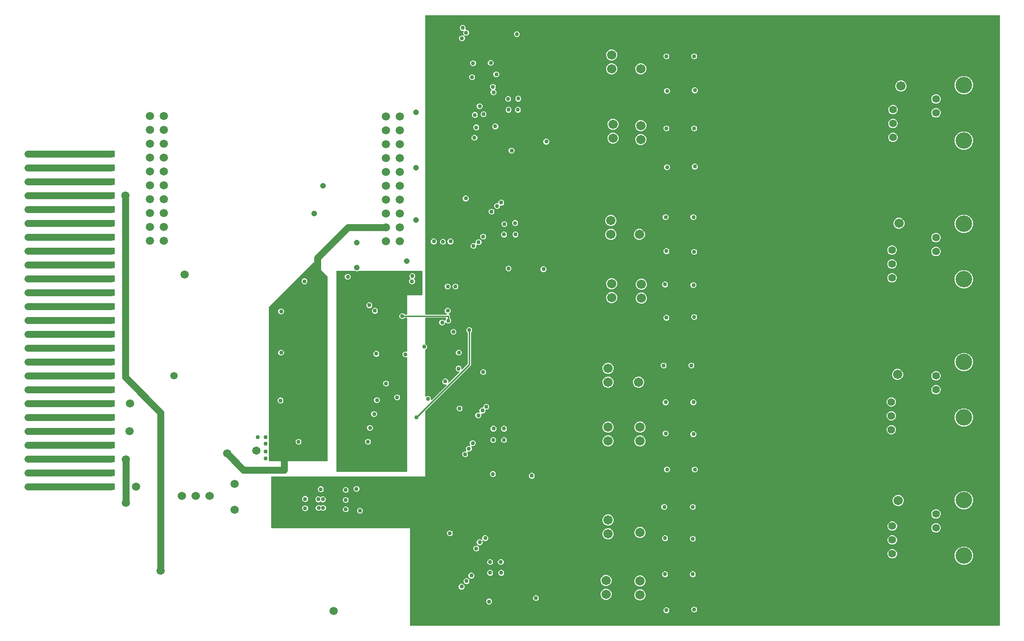
<source format=gbr>
G04 EAGLE Gerber RS-274X export*
G75*
%MOMM*%
%FSLAX34Y34*%
%LPD*%
%INCopper Layer 2*%
%IPPOS*%
%AMOC8*
5,1,8,0,0,1.08239X$1,22.5*%
G01*
%ADD10C,1.270000*%
%ADD11R,0.635000X1.270000*%
%ADD12C,1.508000*%
%ADD13C,1.524000*%
%ADD14C,1.714500*%
%ADD15C,1.398000*%
%ADD16C,3.015000*%
%ADD17C,1.350000*%
%ADD18C,1.500000*%
%ADD19C,0.756400*%
%ADD20C,0.254000*%
%ADD21C,1.056400*%

G36*
X1637656Y12208D02*
X1637656Y12208D01*
X1637775Y12215D01*
X1637813Y12228D01*
X1637854Y12233D01*
X1637964Y12276D01*
X1638077Y12313D01*
X1638112Y12335D01*
X1638149Y12350D01*
X1638245Y12419D01*
X1638346Y12483D01*
X1638374Y12513D01*
X1638407Y12536D01*
X1638483Y12628D01*
X1638564Y12715D01*
X1638584Y12750D01*
X1638609Y12781D01*
X1638660Y12889D01*
X1638718Y12993D01*
X1638728Y13033D01*
X1638745Y13069D01*
X1638767Y13186D01*
X1638797Y13301D01*
X1638801Y13361D01*
X1638805Y13381D01*
X1638803Y13402D01*
X1638807Y13462D01*
X1638807Y1129538D01*
X1638792Y1129656D01*
X1638785Y1129775D01*
X1638773Y1129813D01*
X1638767Y1129854D01*
X1638724Y1129964D01*
X1638687Y1130077D01*
X1638665Y1130112D01*
X1638650Y1130149D01*
X1638581Y1130245D01*
X1638517Y1130346D01*
X1638487Y1130374D01*
X1638464Y1130407D01*
X1638372Y1130483D01*
X1638285Y1130564D01*
X1638250Y1130584D01*
X1638219Y1130609D01*
X1638111Y1130660D01*
X1638007Y1130718D01*
X1637967Y1130728D01*
X1637931Y1130745D01*
X1637814Y1130767D01*
X1637699Y1130797D01*
X1637639Y1130801D01*
X1637619Y1130805D01*
X1637598Y1130803D01*
X1637538Y1130807D01*
X588645Y1130807D01*
X588527Y1130792D01*
X588408Y1130785D01*
X588370Y1130772D01*
X588329Y1130767D01*
X588219Y1130724D01*
X588106Y1130687D01*
X588071Y1130665D01*
X588034Y1130650D01*
X587938Y1130581D01*
X587837Y1130517D01*
X587809Y1130487D01*
X587776Y1130464D01*
X587701Y1130372D01*
X587619Y1130285D01*
X587599Y1130250D01*
X587574Y1130219D01*
X587523Y1130111D01*
X587465Y1130007D01*
X587455Y1129967D01*
X587438Y1129931D01*
X587416Y1129814D01*
X587386Y1129699D01*
X587382Y1129639D01*
X587378Y1129619D01*
X587380Y1129598D01*
X587376Y1129538D01*
X587376Y583339D01*
X587391Y583221D01*
X587398Y583102D01*
X587411Y583064D01*
X587416Y583023D01*
X587459Y582913D01*
X587496Y582799D01*
X587518Y582765D01*
X587533Y582728D01*
X587603Y582631D01*
X587666Y582531D01*
X587696Y582503D01*
X587719Y582470D01*
X587811Y582394D01*
X587898Y582313D01*
X587933Y582293D01*
X587964Y582267D01*
X588072Y582217D01*
X588176Y582159D01*
X588216Y582149D01*
X588252Y582132D01*
X588369Y582110D01*
X588484Y582080D01*
X588545Y582076D01*
X588565Y582072D01*
X588585Y582073D01*
X588645Y582070D01*
X625809Y582070D01*
X625879Y582078D01*
X625948Y582077D01*
X626036Y582098D01*
X626125Y582109D01*
X626190Y582135D01*
X626258Y582151D01*
X626337Y582193D01*
X626421Y582226D01*
X626477Y582267D01*
X626539Y582300D01*
X626605Y582361D01*
X626678Y582413D01*
X626722Y582467D01*
X626774Y582514D01*
X626823Y582589D01*
X626881Y582658D01*
X626910Y582721D01*
X626949Y582780D01*
X626978Y582865D01*
X627016Y582946D01*
X627029Y583014D01*
X627052Y583081D01*
X627059Y583170D01*
X627076Y583258D01*
X627072Y583328D01*
X627077Y583398D01*
X627062Y583486D01*
X627056Y583576D01*
X627035Y583642D01*
X627023Y583711D01*
X626986Y583793D01*
X626958Y583878D01*
X626921Y583937D01*
X626892Y584001D01*
X626836Y584071D01*
X626788Y584147D01*
X626737Y584195D01*
X626694Y584249D01*
X626622Y584303D01*
X626556Y584365D01*
X626495Y584399D01*
X626440Y584441D01*
X626295Y584512D01*
X625644Y584781D01*
X624151Y586274D01*
X623343Y588224D01*
X623343Y590336D01*
X624151Y592286D01*
X625644Y593779D01*
X627594Y594587D01*
X629706Y594587D01*
X631656Y593779D01*
X633149Y592286D01*
X633957Y590336D01*
X633957Y588224D01*
X633149Y586274D01*
X631656Y584781D01*
X630967Y584496D01*
X630924Y584471D01*
X630877Y584455D01*
X630787Y584393D01*
X630691Y584338D01*
X630655Y584304D01*
X630614Y584276D01*
X630542Y584194D01*
X630463Y584117D01*
X630437Y584075D01*
X630404Y584037D01*
X630354Y583940D01*
X630296Y583846D01*
X630282Y583798D01*
X630259Y583754D01*
X630235Y583647D01*
X630203Y583542D01*
X630200Y583492D01*
X630190Y583444D01*
X630193Y583334D01*
X630188Y583224D01*
X630198Y583176D01*
X630199Y583126D01*
X630230Y583021D01*
X630252Y582913D01*
X630274Y582868D01*
X630288Y582821D01*
X630343Y582726D01*
X630392Y582627D01*
X630424Y582590D01*
X630449Y582547D01*
X630556Y582426D01*
X632549Y580432D01*
X632549Y576275D01*
X632561Y576177D01*
X632564Y576078D01*
X632581Y576020D01*
X632589Y575960D01*
X632625Y575868D01*
X632653Y575773D01*
X632684Y575721D01*
X632706Y575664D01*
X632764Y575584D01*
X632814Y575499D01*
X632881Y575423D01*
X632893Y575407D01*
X632902Y575399D01*
X632921Y575378D01*
X634253Y574046D01*
X635061Y572095D01*
X635061Y569984D01*
X634253Y568034D01*
X632760Y566541D01*
X630810Y565733D01*
X628699Y565733D01*
X626748Y566541D01*
X625963Y567325D01*
X625854Y567410D01*
X625747Y567499D01*
X625728Y567508D01*
X625712Y567520D01*
X625585Y567576D01*
X625459Y567635D01*
X625439Y567639D01*
X625420Y567647D01*
X625282Y567669D01*
X625146Y567695D01*
X625126Y567693D01*
X625106Y567697D01*
X624967Y567683D01*
X624829Y567675D01*
X624810Y567669D01*
X624790Y567667D01*
X624658Y567620D01*
X624527Y567577D01*
X624509Y567566D01*
X624490Y567559D01*
X624375Y567481D01*
X624258Y567407D01*
X624244Y567392D01*
X624227Y567381D01*
X624135Y567277D01*
X624040Y567175D01*
X624030Y567157D01*
X624017Y567142D01*
X623954Y567018D01*
X623886Y566897D01*
X623881Y566877D01*
X623872Y566859D01*
X623851Y566766D01*
X622989Y564684D01*
X621496Y563191D01*
X619546Y562383D01*
X617434Y562383D01*
X615484Y563191D01*
X613991Y564684D01*
X613183Y566634D01*
X613183Y568746D01*
X613991Y570696D01*
X615484Y572189D01*
X617434Y572997D01*
X619546Y572997D01*
X621496Y572189D01*
X622281Y571404D01*
X622390Y571319D01*
X622498Y571230D01*
X622516Y571222D01*
X622532Y571209D01*
X622660Y571154D01*
X622785Y571095D01*
X622805Y571091D01*
X622824Y571083D01*
X622962Y571061D01*
X623098Y571035D01*
X623118Y571036D01*
X623138Y571033D01*
X623277Y571046D01*
X623415Y571055D01*
X623434Y571061D01*
X623455Y571063D01*
X623586Y571110D01*
X623718Y571153D01*
X623735Y571164D01*
X623754Y571170D01*
X623869Y571249D01*
X623986Y571323D01*
X624000Y571338D01*
X624017Y571349D01*
X624109Y571453D01*
X624204Y571555D01*
X624214Y571572D01*
X624227Y571587D01*
X624291Y571711D01*
X624358Y571833D01*
X624363Y571853D01*
X624372Y571871D01*
X624393Y571963D01*
X625255Y574046D01*
X625523Y574313D01*
X625608Y574423D01*
X625697Y574530D01*
X625706Y574549D01*
X625718Y574565D01*
X625773Y574692D01*
X625833Y574818D01*
X625836Y574838D01*
X625844Y574856D01*
X625866Y574994D01*
X625892Y575130D01*
X625891Y575150D01*
X625894Y575171D01*
X625881Y575310D01*
X625873Y575448D01*
X625866Y575467D01*
X625864Y575487D01*
X625817Y575619D01*
X625775Y575750D01*
X625764Y575767D01*
X625757Y575786D01*
X625679Y575901D01*
X625604Y576019D01*
X625590Y576033D01*
X625578Y576050D01*
X625474Y576141D01*
X625373Y576237D01*
X625355Y576247D01*
X625340Y576260D01*
X625216Y576323D01*
X625094Y576390D01*
X625075Y576395D01*
X625057Y576405D01*
X624921Y576435D01*
X624786Y576470D01*
X624758Y576472D01*
X624746Y576474D01*
X624726Y576474D01*
X624626Y576480D01*
X588645Y576480D01*
X588527Y576465D01*
X588408Y576458D01*
X588370Y576445D01*
X588329Y576440D01*
X588219Y576396D01*
X588106Y576360D01*
X588071Y576338D01*
X588034Y576323D01*
X587938Y576253D01*
X587837Y576190D01*
X587809Y576160D01*
X587776Y576136D01*
X587701Y576045D01*
X587619Y575958D01*
X587599Y575923D01*
X587574Y575891D01*
X587523Y575784D01*
X587465Y575680D01*
X587455Y575640D01*
X587438Y575604D01*
X587416Y575487D01*
X587386Y575372D01*
X587382Y575311D01*
X587378Y575291D01*
X587380Y575271D01*
X587376Y575211D01*
X587376Y529043D01*
X587379Y529013D01*
X587377Y528984D01*
X587399Y528856D01*
X587416Y528727D01*
X587426Y528700D01*
X587432Y528671D01*
X587485Y528552D01*
X587533Y528431D01*
X587550Y528408D01*
X587562Y528381D01*
X587643Y528279D01*
X587719Y528174D01*
X587742Y528155D01*
X587761Y528132D01*
X587864Y528054D01*
X587964Y527971D01*
X587991Y527959D01*
X588015Y527941D01*
X588159Y527870D01*
X588476Y527739D01*
X589969Y526246D01*
X590777Y524296D01*
X590777Y522184D01*
X589969Y520234D01*
X588476Y518741D01*
X588159Y518610D01*
X588134Y518595D01*
X588106Y518586D01*
X587996Y518517D01*
X587883Y518452D01*
X587862Y518432D01*
X587837Y518416D01*
X587748Y518321D01*
X587655Y518231D01*
X587639Y518206D01*
X587619Y518184D01*
X587556Y518071D01*
X587488Y517960D01*
X587480Y517932D01*
X587465Y517906D01*
X587433Y517780D01*
X587395Y517656D01*
X587393Y517627D01*
X587386Y517598D01*
X587376Y517437D01*
X587376Y433480D01*
X587393Y433342D01*
X587406Y433203D01*
X587413Y433184D01*
X587416Y433164D01*
X587467Y433035D01*
X587514Y432904D01*
X587525Y432887D01*
X587533Y432869D01*
X587614Y432756D01*
X587693Y432641D01*
X587708Y432628D01*
X587719Y432611D01*
X587827Y432522D01*
X587931Y432430D01*
X587949Y432421D01*
X587964Y432408D01*
X588090Y432349D01*
X588214Y432286D01*
X588234Y432281D01*
X588252Y432273D01*
X588388Y432247D01*
X588525Y432216D01*
X588545Y432217D01*
X588565Y432213D01*
X588703Y432222D01*
X588842Y432226D01*
X588862Y432232D01*
X588882Y432233D01*
X589014Y432276D01*
X589148Y432315D01*
X589165Y432325D01*
X589184Y432331D01*
X589302Y432405D01*
X589422Y432476D01*
X589425Y432479D01*
X591399Y433297D01*
X593511Y433297D01*
X595461Y432489D01*
X596954Y430996D01*
X597762Y429046D01*
X597762Y426978D01*
X597779Y426841D01*
X597792Y426702D01*
X597799Y426683D01*
X597802Y426663D01*
X597853Y426534D01*
X597900Y426403D01*
X597911Y426386D01*
X597919Y426367D01*
X598000Y426255D01*
X598078Y426140D01*
X598094Y426126D01*
X598105Y426110D01*
X598213Y426021D01*
X598317Y425929D01*
X598335Y425920D01*
X598350Y425907D01*
X598476Y425848D01*
X598600Y425784D01*
X598620Y425780D01*
X598638Y425771D01*
X598774Y425745D01*
X598910Y425715D01*
X598931Y425715D01*
X598950Y425712D01*
X599089Y425720D01*
X599228Y425724D01*
X599248Y425730D01*
X599268Y425731D01*
X599400Y425774D01*
X599534Y425813D01*
X599551Y425823D01*
X599570Y425829D01*
X599688Y425904D01*
X599808Y425974D01*
X599829Y425993D01*
X599839Y426000D01*
X599853Y426014D01*
X599928Y426081D01*
X626114Y452267D01*
X626199Y452376D01*
X626288Y452483D01*
X626297Y452502D01*
X626309Y452518D01*
X626365Y452646D01*
X626424Y452771D01*
X626427Y452791D01*
X626435Y452810D01*
X626457Y452948D01*
X626483Y453084D01*
X626482Y453104D01*
X626485Y453124D01*
X626472Y453263D01*
X626464Y453401D01*
X626457Y453420D01*
X626456Y453440D01*
X626408Y453572D01*
X626366Y453703D01*
X626355Y453721D01*
X626348Y453740D01*
X626270Y453855D01*
X626195Y453972D01*
X626181Y453986D01*
X626169Y454003D01*
X626065Y454095D01*
X625964Y454190D01*
X625946Y454200D01*
X625931Y454213D01*
X625807Y454276D01*
X625685Y454344D01*
X625666Y454349D01*
X625648Y454358D01*
X625512Y454388D01*
X625377Y454423D01*
X625349Y454425D01*
X625337Y454428D01*
X625317Y454427D01*
X625217Y454433D01*
X623149Y454433D01*
X621199Y455241D01*
X619706Y456734D01*
X618898Y458684D01*
X618898Y460796D01*
X619706Y462746D01*
X621199Y464239D01*
X623149Y465047D01*
X625261Y465047D01*
X627211Y464239D01*
X628704Y462746D01*
X629512Y460796D01*
X629512Y458728D01*
X629529Y458591D01*
X629542Y458452D01*
X629549Y458433D01*
X629552Y458413D01*
X629603Y458284D01*
X629650Y458153D01*
X629661Y458136D01*
X629669Y458117D01*
X629750Y458005D01*
X629828Y457890D01*
X629844Y457876D01*
X629855Y457860D01*
X629963Y457771D01*
X630067Y457679D01*
X630085Y457670D01*
X630100Y457657D01*
X630226Y457598D01*
X630350Y457534D01*
X630370Y457530D01*
X630388Y457521D01*
X630524Y457495D01*
X630660Y457465D01*
X630681Y457465D01*
X630700Y457462D01*
X630839Y457470D01*
X630978Y457474D01*
X630998Y457480D01*
X631018Y457481D01*
X631150Y457524D01*
X631284Y457563D01*
X631301Y457573D01*
X631320Y457579D01*
X631438Y457654D01*
X631558Y457724D01*
X631579Y457743D01*
X631589Y457750D01*
X631603Y457764D01*
X631678Y457831D01*
X649609Y475762D01*
X649694Y475871D01*
X649783Y475978D01*
X649792Y475997D01*
X649804Y476013D01*
X649860Y476141D01*
X649919Y476266D01*
X649922Y476286D01*
X649930Y476305D01*
X649952Y476443D01*
X649978Y476579D01*
X649977Y476599D01*
X649980Y476619D01*
X649967Y476758D01*
X649959Y476896D01*
X649952Y476915D01*
X649951Y476935D01*
X649903Y477067D01*
X649861Y477198D01*
X649850Y477216D01*
X649843Y477235D01*
X649765Y477350D01*
X649690Y477467D01*
X649676Y477481D01*
X649664Y477498D01*
X649560Y477590D01*
X649459Y477685D01*
X649441Y477695D01*
X649426Y477708D01*
X649302Y477771D01*
X649180Y477839D01*
X649161Y477844D01*
X649143Y477853D01*
X649007Y477883D01*
X648872Y477918D01*
X648844Y477920D01*
X648832Y477923D01*
X648812Y477922D01*
X648712Y477928D01*
X647279Y477928D01*
X645329Y478736D01*
X643836Y480229D01*
X643028Y482179D01*
X643028Y484291D01*
X643836Y486241D01*
X645329Y487734D01*
X647279Y488542D01*
X649391Y488542D01*
X651341Y487734D01*
X652834Y486241D01*
X653642Y484291D01*
X653642Y482858D01*
X653659Y482721D01*
X653672Y482582D01*
X653679Y482563D01*
X653682Y482543D01*
X653733Y482414D01*
X653780Y482283D01*
X653791Y482266D01*
X653799Y482247D01*
X653880Y482135D01*
X653958Y482020D01*
X653974Y482006D01*
X653985Y481990D01*
X654093Y481901D01*
X654197Y481809D01*
X654215Y481800D01*
X654230Y481787D01*
X654356Y481728D01*
X654480Y481664D01*
X654500Y481660D01*
X654518Y481651D01*
X654654Y481625D01*
X654790Y481595D01*
X654811Y481595D01*
X654830Y481592D01*
X654969Y481600D01*
X655108Y481604D01*
X655128Y481610D01*
X655148Y481611D01*
X655280Y481654D01*
X655414Y481693D01*
X655431Y481703D01*
X655450Y481709D01*
X655568Y481784D01*
X655688Y481854D01*
X655709Y481873D01*
X655719Y481880D01*
X655733Y481895D01*
X655808Y481961D01*
X664854Y491006D01*
X664914Y491084D01*
X664982Y491156D01*
X665011Y491209D01*
X665048Y491257D01*
X665088Y491348D01*
X665136Y491435D01*
X665151Y491493D01*
X665175Y491549D01*
X665190Y491647D01*
X665215Y491743D01*
X665221Y491843D01*
X665225Y491863D01*
X665223Y491875D01*
X665225Y491903D01*
X665225Y548484D01*
X665213Y548582D01*
X665210Y548681D01*
X665193Y548740D01*
X665185Y548800D01*
X665149Y548892D01*
X665121Y548987D01*
X665091Y549039D01*
X665068Y549095D01*
X665010Y549175D01*
X664960Y549261D01*
X664894Y549336D01*
X664882Y549353D01*
X664872Y549360D01*
X664854Y549382D01*
X663521Y550714D01*
X662713Y552664D01*
X662713Y554776D01*
X663521Y556726D01*
X665014Y558219D01*
X666964Y559027D01*
X669076Y559027D01*
X671026Y558219D01*
X672519Y556726D01*
X673327Y554776D01*
X673327Y552664D01*
X672519Y550714D01*
X671186Y549382D01*
X671126Y549303D01*
X671058Y549231D01*
X671029Y549178D01*
X670992Y549130D01*
X670952Y549039D01*
X670904Y548953D01*
X670889Y548894D01*
X670865Y548838D01*
X670850Y548741D01*
X670825Y548645D01*
X670819Y548545D01*
X670815Y548524D01*
X670817Y548512D01*
X670815Y548484D01*
X670815Y489062D01*
X587748Y405995D01*
X587687Y405917D01*
X587619Y405845D01*
X587590Y405792D01*
X587553Y405744D01*
X587513Y405653D01*
X587465Y405566D01*
X587450Y405508D01*
X587426Y405452D01*
X587411Y405354D01*
X587386Y405258D01*
X587380Y405158D01*
X587376Y405138D01*
X587378Y405126D01*
X587376Y405098D01*
X587376Y285749D01*
X306705Y285749D01*
X306587Y285734D01*
X306468Y285727D01*
X306430Y285714D01*
X306389Y285709D01*
X306279Y285666D01*
X306166Y285629D01*
X306131Y285607D01*
X306094Y285592D01*
X305998Y285523D01*
X305897Y285459D01*
X305869Y285429D01*
X305836Y285406D01*
X305761Y285314D01*
X305679Y285227D01*
X305659Y285192D01*
X305634Y285161D01*
X305583Y285053D01*
X305525Y284949D01*
X305515Y284909D01*
X305498Y284873D01*
X305476Y284756D01*
X305446Y284641D01*
X305442Y284581D01*
X305438Y284561D01*
X305440Y284540D01*
X305436Y284480D01*
X305436Y192405D01*
X305451Y192287D01*
X305458Y192168D01*
X305471Y192130D01*
X305476Y192089D01*
X305519Y191979D01*
X305556Y191866D01*
X305578Y191831D01*
X305593Y191794D01*
X305663Y191698D01*
X305726Y191597D01*
X305756Y191569D01*
X305779Y191536D01*
X305871Y191461D01*
X305958Y191379D01*
X305993Y191359D01*
X306024Y191334D01*
X306132Y191283D01*
X306236Y191225D01*
X306276Y191215D01*
X306312Y191198D01*
X306429Y191176D01*
X306544Y191146D01*
X306605Y191142D01*
X306625Y191138D01*
X306645Y191140D01*
X306705Y191136D01*
X559436Y191136D01*
X559436Y13462D01*
X559451Y13344D01*
X559458Y13225D01*
X559471Y13187D01*
X559476Y13146D01*
X559519Y13036D01*
X559556Y12923D01*
X559578Y12888D01*
X559593Y12851D01*
X559663Y12755D01*
X559726Y12654D01*
X559756Y12626D01*
X559779Y12593D01*
X559871Y12517D01*
X559958Y12436D01*
X559993Y12416D01*
X560024Y12391D01*
X560132Y12340D01*
X560236Y12282D01*
X560276Y12272D01*
X560312Y12255D01*
X560429Y12233D01*
X560544Y12203D01*
X560605Y12199D01*
X560625Y12195D01*
X560645Y12197D01*
X560705Y12193D01*
X1637538Y12193D01*
X1637656Y12208D01*
G37*
G36*
X552548Y294018D02*
X552548Y294018D01*
X552647Y294021D01*
X552705Y294038D01*
X552766Y294046D01*
X552858Y294082D01*
X552953Y294110D01*
X553005Y294140D01*
X553061Y294163D01*
X553141Y294221D01*
X553227Y294271D01*
X553302Y294337D01*
X553319Y294349D01*
X553326Y294359D01*
X553348Y294378D01*
X553983Y295013D01*
X554043Y295091D01*
X554111Y295163D01*
X554140Y295216D01*
X554177Y295264D01*
X554217Y295355D01*
X554265Y295441D01*
X554280Y295500D01*
X554304Y295556D01*
X554319Y295654D01*
X554344Y295749D01*
X554350Y295849D01*
X554354Y295870D01*
X554352Y295882D01*
X554354Y295910D01*
X554354Y502941D01*
X554348Y502991D01*
X554350Y503040D01*
X554328Y503148D01*
X554314Y503257D01*
X554296Y503303D01*
X554286Y503352D01*
X554238Y503450D01*
X554197Y503553D01*
X554168Y503593D01*
X554146Y503637D01*
X554075Y503721D01*
X554011Y503810D01*
X553972Y503842D01*
X553940Y503879D01*
X553850Y503943D01*
X553766Y504013D01*
X553721Y504034D01*
X553680Y504062D01*
X553577Y504101D01*
X553478Y504148D01*
X553429Y504158D01*
X553383Y504175D01*
X553273Y504187D01*
X553166Y504208D01*
X553116Y504205D01*
X553067Y504210D01*
X552958Y504195D01*
X552848Y504188D01*
X552801Y504173D01*
X552752Y504166D01*
X552599Y504114D01*
X552236Y503963D01*
X550124Y503963D01*
X548174Y504771D01*
X546681Y506264D01*
X545873Y508214D01*
X545873Y510326D01*
X546681Y512276D01*
X548174Y513769D01*
X550124Y514577D01*
X552236Y514577D01*
X552599Y514426D01*
X552647Y514413D01*
X552692Y514392D01*
X552800Y514371D01*
X552906Y514342D01*
X552956Y514341D01*
X553005Y514332D01*
X553114Y514339D01*
X553224Y514337D01*
X553272Y514349D01*
X553322Y514352D01*
X553426Y514386D01*
X553533Y514411D01*
X553577Y514434D01*
X553624Y514450D01*
X553717Y514509D01*
X553814Y514560D01*
X553851Y514593D01*
X553893Y514620D01*
X553968Y514700D01*
X554050Y514774D01*
X554077Y514815D01*
X554111Y514852D01*
X554164Y514948D01*
X554224Y515040D01*
X554241Y515087D01*
X554265Y515130D01*
X554292Y515236D01*
X554328Y515340D01*
X554332Y515390D01*
X554344Y515438D01*
X554354Y515599D01*
X554354Y575211D01*
X554339Y575329D01*
X554332Y575448D01*
X554319Y575486D01*
X554314Y575526D01*
X554271Y575637D01*
X554234Y575750D01*
X554212Y575785D01*
X554197Y575822D01*
X554128Y575918D01*
X554064Y576019D01*
X554034Y576047D01*
X554011Y576079D01*
X553919Y576155D01*
X553832Y576237D01*
X553797Y576256D01*
X553766Y576282D01*
X553658Y576333D01*
X553554Y576390D01*
X553514Y576401D01*
X553478Y576418D01*
X553361Y576440D01*
X553246Y576470D01*
X553186Y576474D01*
X553166Y576478D01*
X553145Y576476D01*
X553085Y576480D01*
X550556Y576480D01*
X550458Y576468D01*
X550359Y576465D01*
X550301Y576448D01*
X550240Y576440D01*
X550148Y576404D01*
X550053Y576376D01*
X550001Y576346D01*
X549945Y576323D01*
X549865Y576265D01*
X549779Y576215D01*
X549704Y576148D01*
X549687Y576136D01*
X549680Y576127D01*
X549659Y576108D01*
X548380Y574829D01*
X546429Y574022D01*
X544318Y574022D01*
X542368Y574829D01*
X540875Y576322D01*
X540067Y578273D01*
X540067Y580384D01*
X540875Y582334D01*
X542368Y583827D01*
X544318Y584635D01*
X546429Y584635D01*
X548380Y583827D01*
X549765Y582441D01*
X549844Y582381D01*
X549916Y582313D01*
X549969Y582284D01*
X550017Y582246D01*
X550108Y582207D01*
X550194Y582159D01*
X550253Y582144D01*
X550308Y582120D01*
X550406Y582105D01*
X550502Y582080D01*
X550602Y582073D01*
X550623Y582070D01*
X550635Y582071D01*
X550663Y582070D01*
X553085Y582070D01*
X553203Y582085D01*
X553322Y582092D01*
X553360Y582104D01*
X553401Y582109D01*
X553511Y582153D01*
X553624Y582190D01*
X553659Y582212D01*
X553696Y582226D01*
X553792Y582296D01*
X553893Y582360D01*
X553921Y582390D01*
X553954Y582413D01*
X554030Y582505D01*
X554111Y582592D01*
X554131Y582627D01*
X554156Y582658D01*
X554207Y582766D01*
X554265Y582870D01*
X554275Y582909D01*
X554292Y582946D01*
X554314Y583063D01*
X554344Y583178D01*
X554348Y583238D01*
X554352Y583258D01*
X554350Y583279D01*
X554354Y583339D01*
X554354Y617856D01*
X581025Y617856D01*
X581143Y617871D01*
X581262Y617878D01*
X581300Y617891D01*
X581341Y617896D01*
X581451Y617939D01*
X581564Y617976D01*
X581599Y617998D01*
X581636Y618013D01*
X581732Y618083D01*
X581833Y618146D01*
X581861Y618176D01*
X581894Y618199D01*
X581970Y618291D01*
X582051Y618378D01*
X582071Y618413D01*
X582096Y618444D01*
X582147Y618552D01*
X582205Y618656D01*
X582215Y618696D01*
X582232Y618732D01*
X582254Y618849D01*
X582284Y618964D01*
X582288Y619025D01*
X582292Y619045D01*
X582290Y619065D01*
X582294Y619125D01*
X582294Y661035D01*
X582279Y661153D01*
X582272Y661272D01*
X582259Y661310D01*
X582254Y661351D01*
X582211Y661461D01*
X582174Y661574D01*
X582152Y661609D01*
X582137Y661646D01*
X582068Y661742D01*
X582004Y661843D01*
X581974Y661871D01*
X581951Y661904D01*
X581859Y661980D01*
X581772Y662061D01*
X581737Y662081D01*
X581706Y662106D01*
X581598Y662157D01*
X581494Y662215D01*
X581454Y662225D01*
X581418Y662242D01*
X581301Y662264D01*
X581186Y662294D01*
X581126Y662298D01*
X581106Y662302D01*
X581085Y662300D01*
X581025Y662304D01*
X464987Y662304D01*
X464978Y662303D01*
X464969Y662304D01*
X464820Y662283D01*
X464672Y662264D01*
X464663Y662261D01*
X464654Y662260D01*
X464501Y662208D01*
X463634Y661848D01*
X460926Y661848D01*
X460059Y662208D01*
X460050Y662210D01*
X460041Y662215D01*
X459897Y662252D01*
X459752Y662292D01*
X459742Y662292D01*
X459733Y662294D01*
X459573Y662304D01*
X426085Y662304D01*
X425967Y662289D01*
X425848Y662282D01*
X425810Y662269D01*
X425769Y662264D01*
X425659Y662221D01*
X425546Y662184D01*
X425511Y662162D01*
X425474Y662147D01*
X425378Y662078D01*
X425277Y662014D01*
X425249Y661984D01*
X425216Y661961D01*
X425141Y661869D01*
X425059Y661782D01*
X425039Y661747D01*
X425014Y661716D01*
X424963Y661608D01*
X424905Y661504D01*
X424895Y661464D01*
X424878Y661428D01*
X424856Y661311D01*
X424826Y661196D01*
X424822Y661136D01*
X424818Y661116D01*
X424820Y661095D01*
X424816Y661035D01*
X424816Y295275D01*
X424831Y295157D01*
X424838Y295038D01*
X424851Y295000D01*
X424856Y294959D01*
X424899Y294849D01*
X424936Y294736D01*
X424958Y294701D01*
X424973Y294664D01*
X425043Y294568D01*
X425106Y294467D01*
X425136Y294439D01*
X425159Y294406D01*
X425251Y294331D01*
X425338Y294249D01*
X425373Y294229D01*
X425404Y294204D01*
X425512Y294153D01*
X425616Y294095D01*
X425656Y294085D01*
X425692Y294068D01*
X425809Y294046D01*
X425924Y294016D01*
X425985Y294012D01*
X426005Y294008D01*
X426025Y294010D01*
X426085Y294006D01*
X552450Y294006D01*
X552548Y294018D01*
G37*
G36*
X407788Y313706D02*
X407788Y313706D01*
X407907Y313713D01*
X407945Y313726D01*
X407986Y313731D01*
X408096Y313774D01*
X408209Y313811D01*
X408244Y313833D01*
X408281Y313848D01*
X408377Y313918D01*
X408478Y313981D01*
X408506Y314011D01*
X408539Y314034D01*
X408615Y314126D01*
X408696Y314213D01*
X408716Y314248D01*
X408741Y314279D01*
X408792Y314387D01*
X408850Y314491D01*
X408860Y314531D01*
X408877Y314567D01*
X408899Y314684D01*
X408929Y314799D01*
X408933Y314860D01*
X408937Y314880D01*
X408935Y314900D01*
X408939Y314960D01*
X408939Y651510D01*
X408927Y651608D01*
X408924Y651707D01*
X408907Y651765D01*
X408899Y651826D01*
X408863Y651918D01*
X408835Y652013D01*
X408805Y652065D01*
X408782Y652121D01*
X408724Y652201D01*
X408674Y652287D01*
X408608Y652362D01*
X408596Y652379D01*
X408586Y652386D01*
X408568Y652408D01*
X383803Y677173D01*
X383708Y677246D01*
X383619Y677324D01*
X383583Y677343D01*
X383551Y677367D01*
X383442Y677415D01*
X383336Y677469D01*
X383297Y677478D01*
X383259Y677494D01*
X383142Y677512D01*
X383026Y677539D01*
X382985Y677537D01*
X382945Y677544D01*
X382827Y677532D01*
X382708Y677529D01*
X382669Y677518D01*
X382629Y677514D01*
X382516Y677474D01*
X382402Y677440D01*
X382368Y677420D01*
X382329Y677406D01*
X382231Y677339D01*
X382128Y677279D01*
X382083Y677239D01*
X382066Y677228D01*
X382053Y677212D01*
X382008Y677173D01*
X301998Y597163D01*
X301937Y597084D01*
X301869Y597012D01*
X301840Y596959D01*
X301803Y596911D01*
X301763Y596820D01*
X301715Y596734D01*
X301700Y596675D01*
X301676Y596619D01*
X301661Y596521D01*
X301636Y596426D01*
X301630Y596326D01*
X301626Y596305D01*
X301628Y596293D01*
X301626Y596265D01*
X301626Y314960D01*
X301641Y314842D01*
X301648Y314723D01*
X301661Y314685D01*
X301666Y314644D01*
X301709Y314534D01*
X301746Y314421D01*
X301768Y314386D01*
X301783Y314349D01*
X301853Y314253D01*
X301916Y314152D01*
X301946Y314124D01*
X301969Y314091D01*
X302061Y314016D01*
X302148Y313934D01*
X302183Y313914D01*
X302214Y313889D01*
X302322Y313838D01*
X302426Y313780D01*
X302466Y313770D01*
X302502Y313753D01*
X302619Y313731D01*
X302734Y313701D01*
X302795Y313697D01*
X302815Y313693D01*
X302835Y313695D01*
X302895Y313691D01*
X407670Y313691D01*
X407788Y313706D01*
G37*
%LPC*%
G36*
X1569593Y884465D02*
X1569593Y884465D01*
X1563492Y886992D01*
X1558822Y891662D01*
X1556295Y897763D01*
X1556295Y904367D01*
X1558822Y910468D01*
X1563492Y915138D01*
X1569593Y917665D01*
X1576197Y917665D01*
X1582298Y915138D01*
X1586968Y910468D01*
X1589495Y904367D01*
X1589495Y897763D01*
X1586968Y891662D01*
X1582298Y886992D01*
X1576197Y884465D01*
X1569593Y884465D01*
G37*
%LPD*%
%LPC*%
G36*
X1569593Y986065D02*
X1569593Y986065D01*
X1563492Y988592D01*
X1558822Y993262D01*
X1556295Y999363D01*
X1556295Y1005967D01*
X1558822Y1012068D01*
X1563492Y1016738D01*
X1569593Y1019265D01*
X1576197Y1019265D01*
X1582298Y1016738D01*
X1586968Y1012068D01*
X1589495Y1005967D01*
X1589495Y999363D01*
X1586968Y993262D01*
X1582298Y988592D01*
X1576197Y986065D01*
X1569593Y986065D01*
G37*
%LPD*%
%LPC*%
G36*
X1569593Y478700D02*
X1569593Y478700D01*
X1563492Y481227D01*
X1558822Y485897D01*
X1556295Y491998D01*
X1556295Y498602D01*
X1558822Y504703D01*
X1563492Y509373D01*
X1569593Y511900D01*
X1576197Y511900D01*
X1582298Y509373D01*
X1586968Y504703D01*
X1589495Y498602D01*
X1589495Y491998D01*
X1586968Y485897D01*
X1582298Y481227D01*
X1576197Y478700D01*
X1569593Y478700D01*
G37*
%LPD*%
%LPC*%
G36*
X1569593Y630465D02*
X1569593Y630465D01*
X1563492Y632992D01*
X1558822Y637662D01*
X1556295Y643763D01*
X1556295Y650367D01*
X1558822Y656468D01*
X1563492Y661138D01*
X1569593Y663665D01*
X1576197Y663665D01*
X1582298Y661138D01*
X1586968Y656468D01*
X1589495Y650367D01*
X1589495Y643763D01*
X1586968Y637662D01*
X1582298Y632992D01*
X1576197Y630465D01*
X1569593Y630465D01*
G37*
%LPD*%
%LPC*%
G36*
X1569593Y124135D02*
X1569593Y124135D01*
X1563492Y126662D01*
X1558822Y131332D01*
X1556295Y137433D01*
X1556295Y144037D01*
X1558822Y150138D01*
X1563492Y154808D01*
X1569593Y157335D01*
X1576197Y157335D01*
X1582298Y154808D01*
X1586968Y150138D01*
X1589495Y144037D01*
X1589495Y137433D01*
X1586968Y131332D01*
X1582298Y126662D01*
X1576197Y124135D01*
X1569593Y124135D01*
G37*
%LPD*%
%LPC*%
G36*
X1569593Y225735D02*
X1569593Y225735D01*
X1563492Y228262D01*
X1558822Y232932D01*
X1556295Y239033D01*
X1556295Y245637D01*
X1558822Y251738D01*
X1563492Y256408D01*
X1569593Y258935D01*
X1576197Y258935D01*
X1582298Y256408D01*
X1586968Y251738D01*
X1589495Y245637D01*
X1589495Y239033D01*
X1586968Y232932D01*
X1582298Y228262D01*
X1576197Y225735D01*
X1569593Y225735D01*
G37*
%LPD*%
%LPC*%
G36*
X1569593Y732065D02*
X1569593Y732065D01*
X1563492Y734592D01*
X1558822Y739262D01*
X1556295Y745363D01*
X1556295Y751967D01*
X1558822Y758068D01*
X1563492Y762738D01*
X1569593Y765265D01*
X1576197Y765265D01*
X1582298Y762738D01*
X1586968Y758068D01*
X1589495Y751967D01*
X1589495Y745363D01*
X1586968Y739262D01*
X1582298Y734592D01*
X1576197Y732065D01*
X1569593Y732065D01*
G37*
%LPD*%
%LPC*%
G36*
X1569593Y377100D02*
X1569593Y377100D01*
X1563492Y379627D01*
X1558822Y384297D01*
X1556295Y390398D01*
X1556295Y397002D01*
X1558822Y403103D01*
X1563492Y407773D01*
X1569593Y410300D01*
X1576197Y410300D01*
X1582298Y407773D01*
X1586968Y403103D01*
X1589495Y397002D01*
X1589495Y390398D01*
X1586968Y384297D01*
X1582298Y379627D01*
X1576197Y377100D01*
X1569593Y377100D01*
G37*
%LPD*%
%LPC*%
G36*
X920011Y365823D02*
X920011Y365823D01*
X916300Y367360D01*
X913460Y370200D01*
X911923Y373911D01*
X911923Y377929D01*
X913460Y381640D01*
X916300Y384480D01*
X920011Y386017D01*
X924029Y386017D01*
X927740Y384480D01*
X930580Y381640D01*
X932117Y377929D01*
X932117Y373911D01*
X930580Y370200D01*
X927740Y367360D01*
X924029Y365823D01*
X920011Y365823D01*
G37*
%LPD*%
%LPC*%
G36*
X926361Y1047813D02*
X926361Y1047813D01*
X922650Y1049350D01*
X919810Y1052190D01*
X918273Y1055901D01*
X918273Y1059919D01*
X919810Y1063630D01*
X922650Y1066470D01*
X926361Y1068007D01*
X930379Y1068007D01*
X934090Y1066470D01*
X936930Y1063630D01*
X938467Y1059919D01*
X938467Y1055901D01*
X936930Y1052190D01*
X934090Y1049350D01*
X930379Y1047813D01*
X926361Y1047813D01*
G37*
%LPD*%
%LPC*%
G36*
X978431Y340423D02*
X978431Y340423D01*
X974720Y341960D01*
X971880Y344800D01*
X970343Y348511D01*
X970343Y352529D01*
X971880Y356240D01*
X974720Y359080D01*
X978431Y360617D01*
X982449Y360617D01*
X986160Y359080D01*
X989000Y356240D01*
X990537Y352529D01*
X990537Y348511D01*
X989000Y344800D01*
X986160Y341960D01*
X982449Y340423D01*
X978431Y340423D01*
G37*
%LPD*%
%LPC*%
G36*
X920011Y340423D02*
X920011Y340423D01*
X916300Y341960D01*
X913460Y344800D01*
X911923Y348511D01*
X911923Y352529D01*
X913460Y356240D01*
X916300Y359080D01*
X920011Y360617D01*
X924029Y360617D01*
X927740Y359080D01*
X930580Y356240D01*
X932117Y352529D01*
X932117Y348511D01*
X930580Y344800D01*
X927740Y341960D01*
X924029Y340423D01*
X920011Y340423D01*
G37*
%LPD*%
%LPC*%
G36*
X978431Y172783D02*
X978431Y172783D01*
X974720Y174320D01*
X971880Y177160D01*
X970343Y180871D01*
X970343Y184889D01*
X971880Y188600D01*
X974720Y191440D01*
X978431Y192977D01*
X982449Y192977D01*
X986160Y191440D01*
X989000Y188600D01*
X990537Y184889D01*
X990537Y180871D01*
X989000Y177160D01*
X986160Y174320D01*
X982449Y172783D01*
X978431Y172783D01*
G37*
%LPD*%
%LPC*%
G36*
X1450871Y231603D02*
X1450871Y231603D01*
X1447160Y233140D01*
X1444320Y235980D01*
X1442783Y239691D01*
X1442783Y243709D01*
X1444320Y247420D01*
X1447160Y250260D01*
X1450871Y251797D01*
X1454889Y251797D01*
X1458600Y250260D01*
X1461440Y247420D01*
X1462977Y243709D01*
X1462977Y239691D01*
X1461440Y235980D01*
X1458600Y233140D01*
X1454889Y231603D01*
X1450871Y231603D01*
G37*
%LPD*%
%LPC*%
G36*
X979701Y1022413D02*
X979701Y1022413D01*
X975990Y1023950D01*
X973150Y1026790D01*
X971613Y1030501D01*
X971613Y1034519D01*
X973150Y1038230D01*
X975990Y1041070D01*
X979701Y1042607D01*
X983719Y1042607D01*
X987430Y1041070D01*
X990270Y1038230D01*
X991807Y1034519D01*
X991807Y1030501D01*
X990270Y1026790D01*
X987430Y1023950D01*
X983719Y1022413D01*
X979701Y1022413D01*
G37*
%LPD*%
%LPC*%
G36*
X920011Y195643D02*
X920011Y195643D01*
X916300Y197180D01*
X913460Y200020D01*
X911923Y203731D01*
X911923Y207749D01*
X913460Y211460D01*
X916300Y214300D01*
X920011Y215837D01*
X924029Y215837D01*
X927740Y214300D01*
X930580Y211460D01*
X932117Y207749D01*
X932117Y203731D01*
X930580Y200020D01*
X927740Y197180D01*
X924029Y195643D01*
X920011Y195643D01*
G37*
%LPD*%
%LPC*%
G36*
X926361Y603313D02*
X926361Y603313D01*
X922650Y604850D01*
X919810Y607690D01*
X918273Y611401D01*
X918273Y615419D01*
X919810Y619130D01*
X922650Y621970D01*
X926361Y623507D01*
X930379Y623507D01*
X934090Y621970D01*
X936930Y619130D01*
X938467Y615419D01*
X938467Y611401D01*
X936930Y607690D01*
X934090Y604850D01*
X930379Y603313D01*
X926361Y603313D01*
G37*
%LPD*%
%LPC*%
G36*
X1455951Y990663D02*
X1455951Y990663D01*
X1452240Y992200D01*
X1449400Y995040D01*
X1447863Y998751D01*
X1447863Y1002769D01*
X1449400Y1006480D01*
X1452240Y1009320D01*
X1455951Y1010857D01*
X1459969Y1010857D01*
X1463680Y1009320D01*
X1466520Y1006480D01*
X1468057Y1002769D01*
X1468057Y998751D01*
X1466520Y995040D01*
X1463680Y992200D01*
X1459969Y990663D01*
X1455951Y990663D01*
G37*
%LPD*%
%LPC*%
G36*
X920011Y170243D02*
X920011Y170243D01*
X916300Y171780D01*
X913460Y174620D01*
X911923Y178331D01*
X911923Y182349D01*
X913460Y186060D01*
X916300Y188900D01*
X920011Y190437D01*
X924029Y190437D01*
X927740Y188900D01*
X930580Y186060D01*
X932117Y182349D01*
X932117Y178331D01*
X930580Y174620D01*
X927740Y171780D01*
X924029Y170243D01*
X920011Y170243D01*
G37*
%LPD*%
%LPC*%
G36*
X926361Y628713D02*
X926361Y628713D01*
X922650Y630250D01*
X919810Y633090D01*
X918273Y636801D01*
X918273Y640819D01*
X919810Y644530D01*
X922650Y647370D01*
X926361Y648907D01*
X930379Y648907D01*
X934090Y647370D01*
X936930Y644530D01*
X938467Y640819D01*
X938467Y636801D01*
X936930Y633090D01*
X934090Y630250D01*
X930379Y628713D01*
X926361Y628713D01*
G37*
%LPD*%
%LPC*%
G36*
X916201Y85153D02*
X916201Y85153D01*
X912490Y86690D01*
X909650Y89530D01*
X908113Y93241D01*
X908113Y97259D01*
X909650Y100970D01*
X912490Y103810D01*
X916201Y105347D01*
X920219Y105347D01*
X923930Y103810D01*
X926770Y100970D01*
X928307Y97259D01*
X928307Y93241D01*
X926770Y89530D01*
X923930Y86690D01*
X920219Y85153D01*
X916201Y85153D01*
G37*
%LPD*%
%LPC*%
G36*
X978431Y83883D02*
X978431Y83883D01*
X974720Y85420D01*
X971880Y88260D01*
X970343Y91971D01*
X970343Y95989D01*
X971880Y99700D01*
X974720Y102540D01*
X978431Y104077D01*
X982449Y104077D01*
X986160Y102540D01*
X989000Y99700D01*
X990537Y95989D01*
X990537Y91971D01*
X989000Y88260D01*
X986160Y85420D01*
X982449Y83883D01*
X978431Y83883D01*
G37*
%LPD*%
%LPC*%
G36*
X926361Y1022413D02*
X926361Y1022413D01*
X922650Y1023950D01*
X919810Y1026790D01*
X918273Y1030501D01*
X918273Y1034519D01*
X919810Y1038230D01*
X922650Y1041070D01*
X926361Y1042607D01*
X930379Y1042607D01*
X934090Y1041070D01*
X936930Y1038230D01*
X938467Y1034519D01*
X938467Y1030501D01*
X936930Y1026790D01*
X934090Y1023950D01*
X930379Y1022413D01*
X926361Y1022413D01*
G37*
%LPD*%
%LPC*%
G36*
X925091Y744283D02*
X925091Y744283D01*
X921380Y745820D01*
X918540Y748660D01*
X917003Y752371D01*
X917003Y756389D01*
X918540Y760100D01*
X921380Y762940D01*
X925091Y764477D01*
X929109Y764477D01*
X932820Y762940D01*
X935660Y760100D01*
X937197Y756389D01*
X937197Y752371D01*
X935660Y748660D01*
X932820Y745820D01*
X929109Y744283D01*
X925091Y744283D01*
G37*
%LPD*%
%LPC*%
G36*
X1452141Y739203D02*
X1452141Y739203D01*
X1448430Y740740D01*
X1445590Y743580D01*
X1444053Y747291D01*
X1444053Y751309D01*
X1445590Y755020D01*
X1448430Y757860D01*
X1452141Y759397D01*
X1456159Y759397D01*
X1459870Y757860D01*
X1462710Y755020D01*
X1464247Y751309D01*
X1464247Y747291D01*
X1462710Y743580D01*
X1459870Y740740D01*
X1456159Y739203D01*
X1452141Y739203D01*
G37*
%LPD*%
%LPC*%
G36*
X916201Y59753D02*
X916201Y59753D01*
X912490Y61290D01*
X909650Y64130D01*
X908113Y67841D01*
X908113Y71859D01*
X909650Y75570D01*
X912490Y78410D01*
X916201Y79947D01*
X920219Y79947D01*
X923930Y78410D01*
X926770Y75570D01*
X928307Y71859D01*
X928307Y67841D01*
X926770Y64130D01*
X923930Y61290D01*
X920219Y59753D01*
X916201Y59753D01*
G37*
%LPD*%
%LPC*%
G36*
X980971Y602043D02*
X980971Y602043D01*
X977260Y603580D01*
X974420Y606420D01*
X972883Y610131D01*
X972883Y614149D01*
X974420Y617860D01*
X977260Y620700D01*
X980971Y622237D01*
X984989Y622237D01*
X988700Y620700D01*
X991540Y617860D01*
X993077Y614149D01*
X993077Y610131D01*
X991540Y606420D01*
X988700Y603580D01*
X984989Y602043D01*
X980971Y602043D01*
G37*
%LPD*%
%LPC*%
G36*
X977161Y718883D02*
X977161Y718883D01*
X973450Y720420D01*
X970610Y723260D01*
X969073Y726971D01*
X969073Y730989D01*
X970610Y734700D01*
X973450Y737540D01*
X977161Y739077D01*
X981179Y739077D01*
X984890Y737540D01*
X987730Y734700D01*
X989267Y730989D01*
X989267Y726971D01*
X987730Y723260D01*
X984890Y720420D01*
X981179Y718883D01*
X977161Y718883D01*
G37*
%LPD*%
%LPC*%
G36*
X928901Y920813D02*
X928901Y920813D01*
X925190Y922350D01*
X922350Y925190D01*
X920813Y928901D01*
X920813Y932919D01*
X922350Y936630D01*
X925190Y939470D01*
X928901Y941007D01*
X932919Y941007D01*
X936630Y939470D01*
X939470Y936630D01*
X941007Y932919D01*
X941007Y928901D01*
X939470Y925190D01*
X936630Y922350D01*
X932919Y920813D01*
X928901Y920813D01*
G37*
%LPD*%
%LPC*%
G36*
X979701Y892873D02*
X979701Y892873D01*
X975990Y894410D01*
X973150Y897250D01*
X971613Y900961D01*
X971613Y904979D01*
X973150Y908690D01*
X975990Y911530D01*
X979701Y913067D01*
X983719Y913067D01*
X987430Y911530D01*
X990270Y908690D01*
X991807Y904979D01*
X991807Y900961D01*
X990270Y897250D01*
X987430Y894410D01*
X983719Y892873D01*
X979701Y892873D01*
G37*
%LPD*%
%LPC*%
G36*
X979701Y918273D02*
X979701Y918273D01*
X975990Y919810D01*
X973150Y922650D01*
X971613Y926361D01*
X971613Y930379D01*
X973150Y934090D01*
X975990Y936930D01*
X979701Y938467D01*
X983719Y938467D01*
X987430Y936930D01*
X990270Y934090D01*
X991807Y930379D01*
X991807Y926361D01*
X990270Y922650D01*
X987430Y919810D01*
X983719Y918273D01*
X979701Y918273D01*
G37*
%LPD*%
%LPC*%
G36*
X925091Y718883D02*
X925091Y718883D01*
X921380Y720420D01*
X918540Y723260D01*
X917003Y726971D01*
X917003Y730989D01*
X918540Y734700D01*
X921380Y737540D01*
X925091Y739077D01*
X929109Y739077D01*
X932820Y737540D01*
X935660Y734700D01*
X937197Y730989D01*
X937197Y726971D01*
X935660Y723260D01*
X932820Y720420D01*
X929109Y718883D01*
X925091Y718883D01*
G37*
%LPD*%
%LPC*%
G36*
X980971Y627443D02*
X980971Y627443D01*
X977260Y628980D01*
X974420Y631820D01*
X972883Y635531D01*
X972883Y639549D01*
X974420Y643260D01*
X977260Y646100D01*
X980971Y647637D01*
X984989Y647637D01*
X988700Y646100D01*
X991540Y643260D01*
X993077Y639549D01*
X993077Y635531D01*
X991540Y631820D01*
X988700Y628980D01*
X984989Y627443D01*
X980971Y627443D01*
G37*
%LPD*%
%LPC*%
G36*
X928901Y895413D02*
X928901Y895413D01*
X925190Y896950D01*
X922350Y899790D01*
X920813Y903501D01*
X920813Y907519D01*
X922350Y911230D01*
X925190Y914070D01*
X928901Y915607D01*
X932919Y915607D01*
X936630Y914070D01*
X939470Y911230D01*
X941007Y907519D01*
X941007Y903501D01*
X939470Y899790D01*
X936630Y896950D01*
X932919Y895413D01*
X928901Y895413D01*
G37*
%LPD*%
%LPC*%
G36*
X978431Y58483D02*
X978431Y58483D01*
X974720Y60020D01*
X971880Y62860D01*
X970343Y66571D01*
X970343Y70589D01*
X971880Y74300D01*
X974720Y77140D01*
X978431Y78677D01*
X982449Y78677D01*
X986160Y77140D01*
X989000Y74300D01*
X990537Y70589D01*
X990537Y66571D01*
X989000Y62860D01*
X986160Y60020D01*
X982449Y58483D01*
X978431Y58483D01*
G37*
%LPD*%
%LPC*%
G36*
X920011Y473773D02*
X920011Y473773D01*
X916300Y475310D01*
X913460Y478150D01*
X911923Y481861D01*
X911923Y485879D01*
X913460Y489590D01*
X916300Y492430D01*
X920011Y493967D01*
X924029Y493967D01*
X927740Y492430D01*
X930580Y489590D01*
X932117Y485879D01*
X932117Y481861D01*
X930580Y478150D01*
X927740Y475310D01*
X924029Y473773D01*
X920011Y473773D01*
G37*
%LPD*%
%LPC*%
G36*
X1449601Y462343D02*
X1449601Y462343D01*
X1445890Y463880D01*
X1443050Y466720D01*
X1441513Y470431D01*
X1441513Y474449D01*
X1443050Y478160D01*
X1445890Y481000D01*
X1449601Y482537D01*
X1453619Y482537D01*
X1457330Y481000D01*
X1460170Y478160D01*
X1461707Y474449D01*
X1461707Y470431D01*
X1460170Y466720D01*
X1457330Y463880D01*
X1453619Y462343D01*
X1449601Y462343D01*
G37*
%LPD*%
%LPC*%
G36*
X975891Y448373D02*
X975891Y448373D01*
X972180Y449910D01*
X969340Y452750D01*
X967803Y456461D01*
X967803Y460479D01*
X969340Y464190D01*
X972180Y467030D01*
X975891Y468567D01*
X979909Y468567D01*
X983620Y467030D01*
X986460Y464190D01*
X987997Y460479D01*
X987997Y456461D01*
X986460Y452750D01*
X983620Y449910D01*
X979909Y448373D01*
X975891Y448373D01*
G37*
%LPD*%
%LPC*%
G36*
X920011Y448373D02*
X920011Y448373D01*
X916300Y449910D01*
X913460Y452750D01*
X911923Y456461D01*
X911923Y460479D01*
X913460Y464190D01*
X916300Y467030D01*
X920011Y468567D01*
X924029Y468567D01*
X927740Y467030D01*
X930580Y464190D01*
X932117Y460479D01*
X932117Y456461D01*
X930580Y452750D01*
X927740Y449910D01*
X924029Y448373D01*
X920011Y448373D01*
G37*
%LPD*%
%LPC*%
G36*
X978431Y365823D02*
X978431Y365823D01*
X974720Y367360D01*
X971880Y370200D01*
X970343Y373911D01*
X970343Y377929D01*
X971880Y381640D01*
X974720Y384480D01*
X978431Y386017D01*
X982449Y386017D01*
X986160Y384480D01*
X989000Y381640D01*
X990537Y377929D01*
X990537Y373911D01*
X989000Y370200D01*
X986160Y367360D01*
X982449Y365823D01*
X978431Y365823D01*
G37*
%LPD*%
%LPC*%
G36*
X659344Y321083D02*
X659344Y321083D01*
X657394Y321891D01*
X655901Y323384D01*
X655093Y325334D01*
X655093Y327446D01*
X655901Y329396D01*
X657394Y330889D01*
X659344Y331697D01*
X661533Y331697D01*
X661542Y331694D01*
X661562Y331693D01*
X661582Y331688D01*
X661721Y331685D01*
X661860Y331679D01*
X661879Y331683D01*
X661900Y331682D01*
X662035Y331715D01*
X662171Y331743D01*
X662189Y331752D01*
X662209Y331757D01*
X662332Y331821D01*
X662457Y331883D01*
X662472Y331896D01*
X662490Y331905D01*
X662593Y331999D01*
X662699Y332089D01*
X662711Y332106D01*
X662725Y332119D01*
X662802Y332235D01*
X662882Y332349D01*
X662889Y332368D01*
X662900Y332385D01*
X662945Y332516D01*
X662995Y332647D01*
X662997Y332667D01*
X663003Y332686D01*
X663014Y332824D01*
X663030Y332963D01*
X663027Y332983D01*
X663029Y333003D01*
X663005Y333140D01*
X662986Y333277D01*
X662976Y333304D01*
X662974Y333316D01*
X662966Y333334D01*
X662933Y333430D01*
X662078Y335494D01*
X662078Y337606D01*
X662886Y339556D01*
X664379Y341049D01*
X666329Y341857D01*
X668518Y341857D01*
X668527Y341854D01*
X668547Y341853D01*
X668566Y341848D01*
X668706Y341845D01*
X668845Y341839D01*
X668864Y341843D01*
X668884Y341842D01*
X669019Y341875D01*
X669156Y341903D01*
X669174Y341912D01*
X669194Y341916D01*
X669316Y341981D01*
X669442Y342043D01*
X669457Y342056D01*
X669475Y342065D01*
X669578Y342158D01*
X669684Y342249D01*
X669695Y342265D01*
X669710Y342279D01*
X669787Y342395D01*
X669867Y342509D01*
X669874Y342528D01*
X669885Y342545D01*
X669930Y342676D01*
X669980Y342806D01*
X669982Y342826D01*
X669988Y342845D01*
X669999Y342984D01*
X670015Y343123D01*
X670012Y343142D01*
X670014Y343162D01*
X669990Y343299D01*
X669970Y343437D01*
X669962Y343464D01*
X669959Y343476D01*
X669951Y343494D01*
X669918Y343590D01*
X669063Y345654D01*
X669063Y347766D01*
X669871Y349716D01*
X671364Y351209D01*
X673314Y352017D01*
X675426Y352017D01*
X677376Y351209D01*
X678869Y349716D01*
X679677Y347766D01*
X679677Y345654D01*
X678869Y343704D01*
X677376Y342211D01*
X675426Y341403D01*
X673237Y341403D01*
X673228Y341406D01*
X673208Y341407D01*
X673189Y341412D01*
X673049Y341415D01*
X672910Y341421D01*
X672891Y341417D01*
X672871Y341418D01*
X672736Y341385D01*
X672599Y341357D01*
X672581Y341348D01*
X672561Y341344D01*
X672439Y341279D01*
X672313Y341217D01*
X672298Y341204D01*
X672280Y341195D01*
X672177Y341102D01*
X672071Y341011D01*
X672060Y340995D01*
X672045Y340981D01*
X671968Y340865D01*
X671888Y340751D01*
X671881Y340732D01*
X671870Y340715D01*
X671825Y340584D01*
X671775Y340454D01*
X671773Y340434D01*
X671767Y340415D01*
X671756Y340276D01*
X671740Y340137D01*
X671743Y340118D01*
X671741Y340098D01*
X671765Y339961D01*
X671785Y339823D01*
X671793Y339796D01*
X671796Y339784D01*
X671804Y339766D01*
X671837Y339670D01*
X672692Y337606D01*
X672692Y335494D01*
X671884Y333544D01*
X670391Y332051D01*
X668441Y331243D01*
X666252Y331243D01*
X666243Y331246D01*
X666223Y331247D01*
X666204Y331252D01*
X666064Y331255D01*
X665925Y331261D01*
X665906Y331257D01*
X665886Y331258D01*
X665751Y331225D01*
X665614Y331197D01*
X665596Y331188D01*
X665576Y331184D01*
X665454Y331119D01*
X665328Y331057D01*
X665313Y331044D01*
X665295Y331035D01*
X665192Y330942D01*
X665086Y330851D01*
X665075Y330835D01*
X665060Y330821D01*
X664983Y330705D01*
X664903Y330591D01*
X664896Y330572D01*
X664885Y330555D01*
X664840Y330424D01*
X664790Y330294D01*
X664788Y330274D01*
X664782Y330255D01*
X664771Y330116D01*
X664755Y329977D01*
X664758Y329958D01*
X664756Y329938D01*
X664780Y329801D01*
X664800Y329663D01*
X664808Y329636D01*
X664811Y329624D01*
X664819Y329606D01*
X664852Y329510D01*
X665707Y327446D01*
X665707Y325334D01*
X664899Y323384D01*
X663406Y321891D01*
X661456Y321083D01*
X659344Y321083D01*
G37*
%LPD*%
%LPC*%
G36*
X653629Y1083083D02*
X653629Y1083083D01*
X651679Y1083891D01*
X650186Y1085384D01*
X649378Y1087334D01*
X649378Y1089446D01*
X650186Y1091396D01*
X651679Y1092889D01*
X653629Y1093697D01*
X655741Y1093697D01*
X656525Y1093372D01*
X656592Y1093353D01*
X656656Y1093326D01*
X656745Y1093312D01*
X656832Y1093288D01*
X656901Y1093287D01*
X656970Y1093276D01*
X657060Y1093284D01*
X657150Y1093283D01*
X657218Y1093299D01*
X657287Y1093306D01*
X657372Y1093336D01*
X657459Y1093357D01*
X657521Y1093390D01*
X657586Y1093413D01*
X657661Y1093464D01*
X657740Y1093506D01*
X657792Y1093553D01*
X657849Y1093592D01*
X657909Y1093659D01*
X657975Y1093720D01*
X658014Y1093778D01*
X658060Y1093830D01*
X658101Y1093910D01*
X658150Y1093985D01*
X658173Y1094051D01*
X658205Y1094113D01*
X658224Y1094201D01*
X658253Y1094286D01*
X658259Y1094356D01*
X658274Y1094424D01*
X658271Y1094513D01*
X658279Y1094603D01*
X658267Y1094672D01*
X658265Y1094742D01*
X658240Y1094828D01*
X658224Y1094916D01*
X658196Y1094980D01*
X658176Y1095047D01*
X658131Y1095124D01*
X658094Y1095206D01*
X658050Y1095261D01*
X658015Y1095321D01*
X657908Y1095442D01*
X657806Y1095544D01*
X656998Y1097494D01*
X656998Y1099606D01*
X657318Y1100378D01*
X657332Y1100426D01*
X657353Y1100471D01*
X657373Y1100579D01*
X657402Y1100685D01*
X657403Y1100735D01*
X657412Y1100784D01*
X657406Y1100893D01*
X657407Y1101003D01*
X657396Y1101051D01*
X657393Y1101101D01*
X657359Y1101205D01*
X657333Y1101312D01*
X657310Y1101356D01*
X657295Y1101403D01*
X657236Y1101496D01*
X657185Y1101593D01*
X657151Y1101630D01*
X657124Y1101672D01*
X657044Y1101747D01*
X656971Y1101829D01*
X656929Y1101856D01*
X656893Y1101890D01*
X656797Y1101943D01*
X656705Y1102003D01*
X656658Y1102020D01*
X656614Y1102044D01*
X656508Y1102071D01*
X656404Y1102107D01*
X656354Y1102111D01*
X656306Y1102123D01*
X656146Y1102133D01*
X654899Y1102133D01*
X652949Y1102941D01*
X651456Y1104434D01*
X650648Y1106384D01*
X650648Y1108496D01*
X651456Y1110446D01*
X652949Y1111939D01*
X654899Y1112747D01*
X657011Y1112747D01*
X658961Y1111939D01*
X660454Y1110446D01*
X661262Y1108496D01*
X661262Y1106384D01*
X660942Y1105612D01*
X660928Y1105564D01*
X660907Y1105519D01*
X660887Y1105411D01*
X660858Y1105305D01*
X660857Y1105255D01*
X660848Y1105206D01*
X660854Y1105097D01*
X660853Y1104987D01*
X660864Y1104939D01*
X660867Y1104889D01*
X660901Y1104785D01*
X660927Y1104678D01*
X660950Y1104634D01*
X660965Y1104587D01*
X661024Y1104494D01*
X661075Y1104397D01*
X661109Y1104360D01*
X661136Y1104318D01*
X661216Y1104243D01*
X661289Y1104161D01*
X661331Y1104134D01*
X661367Y1104100D01*
X661463Y1104047D01*
X661555Y1103987D01*
X661602Y1103970D01*
X661646Y1103946D01*
X661752Y1103919D01*
X661856Y1103883D01*
X661906Y1103879D01*
X661954Y1103867D01*
X662114Y1103857D01*
X663361Y1103857D01*
X665311Y1103049D01*
X666804Y1101556D01*
X667612Y1099606D01*
X667612Y1097494D01*
X666804Y1095544D01*
X665311Y1094051D01*
X663361Y1093243D01*
X661249Y1093243D01*
X660465Y1093568D01*
X660398Y1093587D01*
X660334Y1093614D01*
X660245Y1093628D01*
X660158Y1093652D01*
X660089Y1093653D01*
X660020Y1093664D01*
X659930Y1093656D01*
X659840Y1093657D01*
X659772Y1093641D01*
X659703Y1093634D01*
X659618Y1093604D01*
X659531Y1093583D01*
X659469Y1093550D01*
X659404Y1093527D01*
X659329Y1093476D01*
X659250Y1093434D01*
X659198Y1093387D01*
X659141Y1093348D01*
X659081Y1093281D01*
X659015Y1093220D01*
X658976Y1093162D01*
X658930Y1093110D01*
X658889Y1093030D01*
X658840Y1092955D01*
X658817Y1092889D01*
X658785Y1092827D01*
X658766Y1092739D01*
X658737Y1092654D01*
X658731Y1092584D01*
X658716Y1092516D01*
X658719Y1092427D01*
X658711Y1092337D01*
X658723Y1092268D01*
X658725Y1092198D01*
X658750Y1092112D01*
X658766Y1092024D01*
X658794Y1091960D01*
X658814Y1091893D01*
X658859Y1091816D01*
X658896Y1091734D01*
X658940Y1091679D01*
X658975Y1091619D01*
X659082Y1091498D01*
X659184Y1091396D01*
X659992Y1089446D01*
X659992Y1087334D01*
X659184Y1085384D01*
X657691Y1083891D01*
X655741Y1083083D01*
X653629Y1083083D01*
G37*
%LPD*%
%LPC*%
G36*
X683474Y392203D02*
X683474Y392203D01*
X681524Y393011D01*
X680031Y394504D01*
X679223Y396454D01*
X679223Y398566D01*
X680031Y400516D01*
X681524Y402009D01*
X683474Y402817D01*
X685611Y402817D01*
X685671Y402800D01*
X685804Y402759D01*
X685824Y402758D01*
X685843Y402753D01*
X685983Y402751D01*
X686121Y402744D01*
X686141Y402748D01*
X686161Y402748D01*
X686296Y402780D01*
X686433Y402809D01*
X686451Y402817D01*
X686471Y402822D01*
X686593Y402887D01*
X686718Y402948D01*
X686734Y402961D01*
X686752Y402971D01*
X686855Y403064D01*
X686960Y403155D01*
X686972Y403171D01*
X686987Y403185D01*
X687063Y403301D01*
X687143Y403415D01*
X687151Y403434D01*
X687162Y403450D01*
X687207Y403582D01*
X687256Y403712D01*
X687258Y403732D01*
X687265Y403751D01*
X687276Y403890D01*
X687291Y404028D01*
X687289Y404048D01*
X687290Y404068D01*
X687266Y404206D01*
X687247Y404343D01*
X687238Y404369D01*
X687236Y404382D01*
X687227Y404400D01*
X687195Y404495D01*
X686843Y405344D01*
X686843Y407456D01*
X687651Y409406D01*
X689144Y410899D01*
X691094Y411707D01*
X692559Y411707D01*
X692677Y411722D01*
X692796Y411729D01*
X692834Y411742D01*
X692875Y411747D01*
X692985Y411790D01*
X693098Y411827D01*
X693133Y411849D01*
X693170Y411864D01*
X693266Y411933D01*
X693367Y411997D01*
X693395Y412027D01*
X693428Y412050D01*
X693504Y412142D01*
X693585Y412229D01*
X693605Y412264D01*
X693630Y412295D01*
X693681Y412403D01*
X693739Y412507D01*
X693749Y412547D01*
X693766Y412583D01*
X693788Y412700D01*
X693818Y412815D01*
X693822Y412875D01*
X693826Y412895D01*
X693824Y412916D01*
X693828Y412976D01*
X693828Y414441D01*
X694636Y416391D01*
X696129Y417884D01*
X698079Y418692D01*
X700191Y418692D01*
X702141Y417884D01*
X703634Y416391D01*
X704442Y414441D01*
X704442Y412329D01*
X703634Y410379D01*
X702141Y408886D01*
X700191Y408078D01*
X698726Y408078D01*
X698608Y408063D01*
X698489Y408056D01*
X698451Y408043D01*
X698410Y408038D01*
X698300Y407995D01*
X698187Y407958D01*
X698152Y407936D01*
X698115Y407921D01*
X698019Y407852D01*
X697918Y407788D01*
X697890Y407758D01*
X697857Y407735D01*
X697781Y407643D01*
X697700Y407556D01*
X697680Y407521D01*
X697655Y407490D01*
X697604Y407382D01*
X697546Y407278D01*
X697536Y407238D01*
X697519Y407202D01*
X697497Y407085D01*
X697467Y406970D01*
X697463Y406910D01*
X697459Y406890D01*
X697461Y406869D01*
X697457Y406809D01*
X697457Y405344D01*
X696649Y403394D01*
X695156Y401901D01*
X693206Y401093D01*
X691069Y401093D01*
X691009Y401110D01*
X690876Y401151D01*
X690856Y401152D01*
X690837Y401157D01*
X690697Y401159D01*
X690559Y401166D01*
X690539Y401162D01*
X690519Y401162D01*
X690384Y401130D01*
X690247Y401101D01*
X690229Y401093D01*
X690209Y401088D01*
X690087Y401023D01*
X689962Y400962D01*
X689946Y400949D01*
X689928Y400939D01*
X689825Y400846D01*
X689720Y400755D01*
X689708Y400739D01*
X689693Y400725D01*
X689617Y400609D01*
X689537Y400495D01*
X689529Y400476D01*
X689518Y400460D01*
X689473Y400328D01*
X689424Y400198D01*
X689422Y400178D01*
X689415Y400159D01*
X689404Y400020D01*
X689389Y399882D01*
X689391Y399862D01*
X689390Y399842D01*
X689414Y399704D01*
X689433Y399567D01*
X689442Y399541D01*
X689444Y399528D01*
X689453Y399510D01*
X689485Y399415D01*
X689837Y398566D01*
X689837Y396454D01*
X689029Y394504D01*
X687536Y393011D01*
X685586Y392203D01*
X683474Y392203D01*
G37*
%LPD*%
%LPC*%
G36*
X1439756Y641090D02*
X1439756Y641090D01*
X1436627Y642387D01*
X1434232Y644782D01*
X1432935Y647911D01*
X1432935Y651299D01*
X1434232Y654428D01*
X1436627Y656823D01*
X1439756Y658120D01*
X1443144Y658120D01*
X1446273Y656823D01*
X1448668Y654428D01*
X1449965Y651299D01*
X1449965Y647911D01*
X1448668Y644782D01*
X1446273Y642387D01*
X1443144Y641090D01*
X1439756Y641090D01*
G37*
%LPD*%
%LPC*%
G36*
X1439756Y691890D02*
X1439756Y691890D01*
X1436627Y693187D01*
X1434232Y695582D01*
X1432935Y698711D01*
X1432935Y702099D01*
X1434232Y705228D01*
X1436627Y707623D01*
X1439756Y708920D01*
X1443144Y708920D01*
X1446273Y707623D01*
X1448668Y705228D01*
X1449965Y702099D01*
X1449965Y698711D01*
X1448668Y695582D01*
X1446273Y693187D01*
X1443144Y691890D01*
X1439756Y691890D01*
G37*
%LPD*%
%LPC*%
G36*
X1520401Y689350D02*
X1520401Y689350D01*
X1517272Y690647D01*
X1514877Y693042D01*
X1513580Y696171D01*
X1513580Y699559D01*
X1514877Y702688D01*
X1517272Y705083D01*
X1520401Y706380D01*
X1523789Y706380D01*
X1526918Y705083D01*
X1529313Y702688D01*
X1530610Y699559D01*
X1530610Y696171D01*
X1529313Y693042D01*
X1526918Y690647D01*
X1523789Y689350D01*
X1520401Y689350D01*
G37*
%LPD*%
%LPC*%
G36*
X1439756Y666490D02*
X1439756Y666490D01*
X1436627Y667787D01*
X1434232Y670182D01*
X1432935Y673311D01*
X1432935Y676699D01*
X1434232Y679828D01*
X1436627Y682223D01*
X1439756Y683520D01*
X1443144Y683520D01*
X1446273Y682223D01*
X1448668Y679828D01*
X1449965Y676699D01*
X1449965Y673311D01*
X1448668Y670182D01*
X1446273Y667787D01*
X1443144Y666490D01*
X1439756Y666490D01*
G37*
%LPD*%
%LPC*%
G36*
X1520401Y968750D02*
X1520401Y968750D01*
X1517272Y970047D01*
X1514877Y972442D01*
X1513580Y975571D01*
X1513580Y978959D01*
X1514877Y982088D01*
X1517272Y984483D01*
X1520401Y985780D01*
X1523789Y985780D01*
X1526918Y984483D01*
X1529313Y982088D01*
X1530610Y978959D01*
X1530610Y975571D01*
X1529313Y972442D01*
X1526918Y970047D01*
X1523789Y968750D01*
X1520401Y968750D01*
G37*
%LPD*%
%LPC*%
G36*
X1441661Y949065D02*
X1441661Y949065D01*
X1438532Y950362D01*
X1436137Y952757D01*
X1434840Y955886D01*
X1434840Y959274D01*
X1436137Y962403D01*
X1438532Y964798D01*
X1441661Y966095D01*
X1445049Y966095D01*
X1448178Y964798D01*
X1450573Y962403D01*
X1451870Y959274D01*
X1451870Y955886D01*
X1450573Y952757D01*
X1448178Y950362D01*
X1445049Y949065D01*
X1441661Y949065D01*
G37*
%LPD*%
%LPC*%
G36*
X1441661Y898265D02*
X1441661Y898265D01*
X1438532Y899562D01*
X1436137Y901957D01*
X1434840Y905086D01*
X1434840Y908474D01*
X1436137Y911603D01*
X1438532Y913998D01*
X1441661Y915295D01*
X1445049Y915295D01*
X1448178Y913998D01*
X1450573Y911603D01*
X1451870Y908474D01*
X1451870Y905086D01*
X1450573Y901957D01*
X1448178Y899562D01*
X1445049Y898265D01*
X1441661Y898265D01*
G37*
%LPD*%
%LPC*%
G36*
X1520401Y435985D02*
X1520401Y435985D01*
X1517272Y437282D01*
X1514877Y439677D01*
X1513580Y442806D01*
X1513580Y446194D01*
X1514877Y449323D01*
X1517272Y451718D01*
X1520401Y453015D01*
X1523789Y453015D01*
X1526918Y451718D01*
X1529313Y449323D01*
X1530610Y446194D01*
X1530610Y442806D01*
X1529313Y439677D01*
X1526918Y437282D01*
X1523789Y435985D01*
X1520401Y435985D01*
G37*
%LPD*%
%LPC*%
G36*
X1438486Y413760D02*
X1438486Y413760D01*
X1435357Y415057D01*
X1432962Y417452D01*
X1431665Y420581D01*
X1431665Y423969D01*
X1432962Y427098D01*
X1435357Y429493D01*
X1438486Y430790D01*
X1441874Y430790D01*
X1445003Y429493D01*
X1447398Y427098D01*
X1448695Y423969D01*
X1448695Y420581D01*
X1447398Y417452D01*
X1445003Y415057D01*
X1441874Y413760D01*
X1438486Y413760D01*
G37*
%LPD*%
%LPC*%
G36*
X1520401Y943350D02*
X1520401Y943350D01*
X1517272Y944647D01*
X1514877Y947042D01*
X1513580Y950171D01*
X1513580Y953559D01*
X1514877Y956688D01*
X1517272Y959083D01*
X1520401Y960380D01*
X1523789Y960380D01*
X1526918Y959083D01*
X1529313Y956688D01*
X1530610Y953559D01*
X1530610Y950171D01*
X1529313Y947042D01*
X1526918Y944647D01*
X1523789Y943350D01*
X1520401Y943350D01*
G37*
%LPD*%
%LPC*%
G36*
X1520401Y208420D02*
X1520401Y208420D01*
X1517272Y209717D01*
X1514877Y212112D01*
X1513580Y215241D01*
X1513580Y218629D01*
X1514877Y221758D01*
X1517272Y224153D01*
X1520401Y225450D01*
X1523789Y225450D01*
X1526918Y224153D01*
X1529313Y221758D01*
X1530610Y218629D01*
X1530610Y215241D01*
X1529313Y212112D01*
X1526918Y209717D01*
X1523789Y208420D01*
X1520401Y208420D01*
G37*
%LPD*%
%LPC*%
G36*
X1520401Y714750D02*
X1520401Y714750D01*
X1517272Y716047D01*
X1514877Y718442D01*
X1513580Y721571D01*
X1513580Y724959D01*
X1514877Y728088D01*
X1517272Y730483D01*
X1520401Y731780D01*
X1523789Y731780D01*
X1526918Y730483D01*
X1529313Y728088D01*
X1530610Y724959D01*
X1530610Y721571D01*
X1529313Y718442D01*
X1526918Y716047D01*
X1523789Y714750D01*
X1520401Y714750D01*
G37*
%LPD*%
%LPC*%
G36*
X1440391Y186195D02*
X1440391Y186195D01*
X1437262Y187492D01*
X1434867Y189887D01*
X1433570Y193016D01*
X1433570Y196404D01*
X1434867Y199533D01*
X1437262Y201928D01*
X1440391Y203225D01*
X1443779Y203225D01*
X1446908Y201928D01*
X1449303Y199533D01*
X1450600Y196404D01*
X1450600Y193016D01*
X1449303Y189887D01*
X1446908Y187492D01*
X1443779Y186195D01*
X1440391Y186195D01*
G37*
%LPD*%
%LPC*%
G36*
X1520401Y183020D02*
X1520401Y183020D01*
X1517272Y184317D01*
X1514877Y186712D01*
X1513580Y189841D01*
X1513580Y193229D01*
X1514877Y196358D01*
X1517272Y198753D01*
X1520401Y200050D01*
X1523789Y200050D01*
X1526918Y198753D01*
X1529313Y196358D01*
X1530610Y193229D01*
X1530610Y189841D01*
X1529313Y186712D01*
X1526918Y184317D01*
X1523789Y183020D01*
X1520401Y183020D01*
G37*
%LPD*%
%LPC*%
G36*
X1441661Y923665D02*
X1441661Y923665D01*
X1438532Y924962D01*
X1436137Y927357D01*
X1434840Y930486D01*
X1434840Y933874D01*
X1436137Y937003D01*
X1438532Y939398D01*
X1441661Y940695D01*
X1445049Y940695D01*
X1448178Y939398D01*
X1450573Y937003D01*
X1451870Y933874D01*
X1451870Y930486D01*
X1450573Y927357D01*
X1448178Y924962D01*
X1445049Y923665D01*
X1441661Y923665D01*
G37*
%LPD*%
%LPC*%
G36*
X1438486Y388360D02*
X1438486Y388360D01*
X1435357Y389657D01*
X1432962Y392052D01*
X1431665Y395181D01*
X1431665Y398569D01*
X1432962Y401698D01*
X1435357Y404093D01*
X1438486Y405390D01*
X1441874Y405390D01*
X1445003Y404093D01*
X1447398Y401698D01*
X1448695Y398569D01*
X1448695Y395181D01*
X1447398Y392052D01*
X1445003Y389657D01*
X1441874Y388360D01*
X1438486Y388360D01*
G37*
%LPD*%
%LPC*%
G36*
X1440391Y160795D02*
X1440391Y160795D01*
X1437262Y162092D01*
X1434867Y164487D01*
X1433570Y167616D01*
X1433570Y171004D01*
X1434867Y174133D01*
X1437262Y176528D01*
X1440391Y177825D01*
X1443779Y177825D01*
X1446908Y176528D01*
X1449303Y174133D01*
X1450600Y171004D01*
X1450600Y167616D01*
X1449303Y164487D01*
X1446908Y162092D01*
X1443779Y160795D01*
X1440391Y160795D01*
G37*
%LPD*%
%LPC*%
G36*
X1440391Y135395D02*
X1440391Y135395D01*
X1437262Y136692D01*
X1434867Y139087D01*
X1433570Y142216D01*
X1433570Y145604D01*
X1434867Y148733D01*
X1437262Y151128D01*
X1440391Y152425D01*
X1443779Y152425D01*
X1446908Y151128D01*
X1449303Y148733D01*
X1450600Y145604D01*
X1450600Y142216D01*
X1449303Y139087D01*
X1446908Y136692D01*
X1443779Y135395D01*
X1440391Y135395D01*
G37*
%LPD*%
%LPC*%
G36*
X1520401Y461385D02*
X1520401Y461385D01*
X1517272Y462682D01*
X1514877Y465077D01*
X1513580Y468206D01*
X1513580Y471594D01*
X1514877Y474723D01*
X1517272Y477118D01*
X1520401Y478415D01*
X1523789Y478415D01*
X1526918Y477118D01*
X1529313Y474723D01*
X1530610Y471594D01*
X1530610Y468206D01*
X1529313Y465077D01*
X1526918Y462682D01*
X1523789Y461385D01*
X1520401Y461385D01*
G37*
%LPD*%
%LPC*%
G36*
X1438486Y362960D02*
X1438486Y362960D01*
X1435357Y364257D01*
X1432962Y366652D01*
X1431665Y369781D01*
X1431665Y373169D01*
X1432962Y376298D01*
X1435357Y378693D01*
X1438486Y379990D01*
X1441874Y379990D01*
X1445003Y378693D01*
X1447398Y376298D01*
X1448695Y373169D01*
X1448695Y369781D01*
X1447398Y366652D01*
X1445003Y364257D01*
X1441874Y362960D01*
X1438486Y362960D01*
G37*
%LPD*%
%LPC*%
G36*
X674584Y702718D02*
X674584Y702718D01*
X672634Y703526D01*
X671141Y705019D01*
X670333Y706969D01*
X670333Y709081D01*
X671141Y711031D01*
X672634Y712524D01*
X674584Y713332D01*
X676696Y713332D01*
X678103Y712749D01*
X678151Y712736D01*
X678196Y712714D01*
X678304Y712694D01*
X678410Y712665D01*
X678460Y712664D01*
X678509Y712655D01*
X678618Y712661D01*
X678728Y712660D01*
X678776Y712671D01*
X678826Y712674D01*
X678930Y712708D01*
X679037Y712734D01*
X679081Y712757D01*
X679128Y712772D01*
X679221Y712831D01*
X679318Y712883D01*
X679355Y712916D01*
X679397Y712943D01*
X679472Y713023D01*
X679554Y713096D01*
X679581Y713138D01*
X679615Y713174D01*
X679668Y713270D01*
X679728Y713362D01*
X679745Y713409D01*
X679769Y713453D01*
X679796Y713559D01*
X679832Y713663D01*
X679836Y713713D01*
X679848Y713761D01*
X679858Y713921D01*
X679858Y716066D01*
X680666Y718016D01*
X682159Y719509D01*
X684109Y720317D01*
X686221Y720317D01*
X688089Y719543D01*
X688156Y719524D01*
X688220Y719497D01*
X688309Y719483D01*
X688396Y719459D01*
X688465Y719458D01*
X688534Y719447D01*
X688624Y719455D01*
X688714Y719454D01*
X688747Y719462D01*
X688742Y719406D01*
X688754Y719337D01*
X688756Y719267D01*
X688781Y719181D01*
X688797Y719092D01*
X688825Y719029D01*
X688845Y718962D01*
X688891Y718884D01*
X688927Y718803D01*
X688971Y718748D01*
X689006Y718688D01*
X689113Y718567D01*
X689664Y718016D01*
X690472Y716066D01*
X690472Y713954D01*
X689664Y712004D01*
X688171Y710511D01*
X686221Y709703D01*
X684109Y709703D01*
X682702Y710286D01*
X682654Y710299D01*
X682609Y710321D01*
X682501Y710341D01*
X682395Y710370D01*
X682345Y710371D01*
X682296Y710380D01*
X682187Y710374D01*
X682077Y710375D01*
X682029Y710364D01*
X681979Y710361D01*
X681875Y710327D01*
X681768Y710301D01*
X681724Y710278D01*
X681677Y710263D01*
X681584Y710204D01*
X681487Y710152D01*
X681450Y710119D01*
X681408Y710092D01*
X681333Y710012D01*
X681251Y709939D01*
X681224Y709897D01*
X681190Y709861D01*
X681137Y709765D01*
X681077Y709673D01*
X681060Y709626D01*
X681036Y709582D01*
X681009Y709476D01*
X680973Y709372D01*
X680969Y709322D01*
X680957Y709274D01*
X680947Y709114D01*
X680947Y706969D01*
X680139Y705019D01*
X678646Y703526D01*
X676696Y702718D01*
X674584Y702718D01*
G37*
%LPD*%
%LPC*%
G36*
X686014Y159793D02*
X686014Y159793D01*
X685230Y160118D01*
X685163Y160137D01*
X685099Y160164D01*
X685010Y160178D01*
X684923Y160202D01*
X684854Y160203D01*
X684785Y160214D01*
X684695Y160206D01*
X684605Y160207D01*
X684537Y160191D01*
X684468Y160184D01*
X684384Y160154D01*
X684296Y160133D01*
X684272Y160121D01*
X684259Y160197D01*
X684231Y160260D01*
X684211Y160327D01*
X684165Y160405D01*
X684129Y160486D01*
X684085Y160541D01*
X684050Y160601D01*
X683943Y160722D01*
X682571Y162094D01*
X681763Y164044D01*
X681763Y166156D01*
X682571Y168106D01*
X684064Y169599D01*
X686014Y170407D01*
X688126Y170407D01*
X690076Y169599D01*
X690178Y169497D01*
X690233Y169454D01*
X690282Y169404D01*
X690358Y169357D01*
X690429Y169302D01*
X690494Y169274D01*
X690553Y169238D01*
X690639Y169211D01*
X690721Y169176D01*
X690790Y169165D01*
X690857Y169144D01*
X690946Y169140D01*
X691035Y169126D01*
X691105Y169132D01*
X691174Y169129D01*
X691262Y169147D01*
X691352Y169156D01*
X691418Y169179D01*
X691486Y169193D01*
X691566Y169233D01*
X691651Y169263D01*
X691709Y169302D01*
X691772Y169333D01*
X691840Y169391D01*
X691914Y169442D01*
X691961Y169494D01*
X692014Y169539D01*
X692065Y169613D01*
X692125Y169680D01*
X692157Y169742D01*
X692197Y169799D01*
X692229Y169883D01*
X692269Y169963D01*
X692285Y170031D01*
X692309Y170097D01*
X692319Y170186D01*
X692339Y170274D01*
X692337Y170343D01*
X692345Y170413D01*
X692332Y170502D01*
X692329Y170592D01*
X692310Y170659D01*
X692300Y170728D01*
X692248Y170880D01*
X691923Y171664D01*
X691923Y173776D01*
X692731Y175726D01*
X694224Y177219D01*
X696174Y178027D01*
X698286Y178027D01*
X700236Y177219D01*
X701729Y175726D01*
X702537Y173776D01*
X702537Y171664D01*
X701729Y169714D01*
X700236Y168221D01*
X698286Y167413D01*
X696174Y167413D01*
X694224Y168221D01*
X694122Y168323D01*
X694067Y168366D01*
X694018Y168416D01*
X693942Y168463D01*
X693871Y168518D01*
X693806Y168546D01*
X693747Y168582D01*
X693661Y168609D01*
X693579Y168644D01*
X693510Y168655D01*
X693443Y168676D01*
X693354Y168680D01*
X693265Y168694D01*
X693195Y168688D01*
X693126Y168691D01*
X693038Y168673D01*
X692948Y168664D01*
X692882Y168641D01*
X692814Y168627D01*
X692734Y168587D01*
X692649Y168557D01*
X692591Y168518D01*
X692528Y168487D01*
X692460Y168429D01*
X692386Y168378D01*
X692339Y168326D01*
X692286Y168281D01*
X692235Y168207D01*
X692175Y168140D01*
X692143Y168078D01*
X692103Y168021D01*
X692071Y167937D01*
X692031Y167857D01*
X692015Y167789D01*
X691991Y167723D01*
X691981Y167634D01*
X691961Y167546D01*
X691963Y167477D01*
X691955Y167407D01*
X691968Y167318D01*
X691971Y167228D01*
X691990Y167161D01*
X692000Y167092D01*
X692052Y166940D01*
X692377Y166156D01*
X692377Y164044D01*
X691569Y162094D01*
X690076Y160601D01*
X688126Y159793D01*
X686014Y159793D01*
G37*
%LPD*%
%LPC*%
G36*
X711414Y984023D02*
X711414Y984023D01*
X709464Y984831D01*
X707971Y986324D01*
X707163Y988274D01*
X707163Y990386D01*
X707971Y992336D01*
X708571Y992936D01*
X708601Y992975D01*
X708638Y993008D01*
X708698Y993100D01*
X708766Y993187D01*
X708785Y993232D01*
X708813Y993274D01*
X708848Y993378D01*
X708892Y993479D01*
X708900Y993528D01*
X708916Y993575D01*
X708925Y993684D01*
X708942Y993793D01*
X708937Y993842D01*
X708941Y993892D01*
X708922Y994000D01*
X708912Y994109D01*
X708895Y994156D01*
X708887Y994205D01*
X708842Y994305D01*
X708804Y994409D01*
X708777Y994450D01*
X708756Y994495D01*
X708687Y994581D01*
X708626Y994672D01*
X708589Y994705D01*
X708558Y994744D01*
X708470Y994810D01*
X708387Y994882D01*
X708343Y994905D01*
X708303Y994935D01*
X708199Y994986D01*
X706701Y996484D01*
X705893Y998434D01*
X705893Y1000546D01*
X706701Y1002496D01*
X708194Y1003989D01*
X710144Y1004797D01*
X712256Y1004797D01*
X714206Y1003989D01*
X715699Y1002496D01*
X716507Y1000546D01*
X716507Y998434D01*
X715699Y996484D01*
X715099Y995884D01*
X715069Y995845D01*
X715032Y995812D01*
X714972Y995720D01*
X714904Y995633D01*
X714885Y995588D01*
X714857Y995546D01*
X714822Y995442D01*
X714778Y995341D01*
X714770Y995292D01*
X714754Y995245D01*
X714745Y995136D01*
X714728Y995027D01*
X714733Y994978D01*
X714729Y994928D01*
X714748Y994820D01*
X714758Y994711D01*
X714775Y994664D01*
X714783Y994615D01*
X714828Y994515D01*
X714866Y994411D01*
X714893Y994370D01*
X714914Y994325D01*
X714983Y994239D01*
X715044Y994148D01*
X715081Y994115D01*
X715112Y994076D01*
X715200Y994010D01*
X715283Y993938D01*
X715327Y993915D01*
X715367Y993885D01*
X715471Y993834D01*
X716969Y992336D01*
X717777Y990386D01*
X717777Y988274D01*
X716969Y986324D01*
X715476Y984831D01*
X713526Y984023D01*
X711414Y984023D01*
G37*
%LPD*%
%LPC*%
G36*
X717764Y775743D02*
X717764Y775743D01*
X715814Y776551D01*
X714321Y778044D01*
X713513Y779994D01*
X713513Y782106D01*
X714321Y784056D01*
X715814Y785549D01*
X717764Y786357D01*
X719864Y786357D01*
X719982Y786372D01*
X720101Y786379D01*
X720139Y786392D01*
X720180Y786397D01*
X720290Y786440D01*
X720403Y786477D01*
X720438Y786499D01*
X720475Y786514D01*
X720571Y786583D01*
X720672Y786647D01*
X720700Y786677D01*
X720733Y786700D01*
X720809Y786792D01*
X720890Y786879D01*
X720910Y786914D01*
X720935Y786945D01*
X720986Y787053D01*
X721044Y787157D01*
X721054Y787197D01*
X721071Y787233D01*
X721093Y787350D01*
X721123Y787465D01*
X721127Y787525D01*
X721131Y787545D01*
X721129Y787566D01*
X721133Y787626D01*
X721133Y788456D01*
X721941Y790406D01*
X723434Y791899D01*
X725384Y792707D01*
X727496Y792707D01*
X729446Y791899D01*
X730939Y790406D01*
X731747Y788456D01*
X731747Y786344D01*
X730939Y784394D01*
X729446Y782901D01*
X727496Y782093D01*
X725396Y782093D01*
X725278Y782078D01*
X725159Y782071D01*
X725121Y782058D01*
X725080Y782053D01*
X724970Y782010D01*
X724857Y781973D01*
X724822Y781951D01*
X724785Y781936D01*
X724689Y781867D01*
X724588Y781803D01*
X724560Y781773D01*
X724527Y781750D01*
X724451Y781658D01*
X724370Y781571D01*
X724350Y781536D01*
X724325Y781505D01*
X724274Y781397D01*
X724216Y781293D01*
X724206Y781253D01*
X724189Y781217D01*
X724167Y781100D01*
X724137Y780985D01*
X724133Y780925D01*
X724129Y780905D01*
X724131Y780884D01*
X724127Y780824D01*
X724127Y779994D01*
X723319Y778044D01*
X721826Y776551D01*
X719876Y775743D01*
X717764Y775743D01*
G37*
%LPD*%
%LPC*%
G36*
X562189Y637948D02*
X562189Y637948D01*
X560239Y638756D01*
X558746Y640249D01*
X557938Y642199D01*
X557938Y644311D01*
X558746Y646261D01*
X559923Y647437D01*
X559996Y647532D01*
X560074Y647621D01*
X560093Y647657D01*
X560118Y647689D01*
X560165Y647798D01*
X560219Y647904D01*
X560228Y647943D01*
X560244Y647981D01*
X560263Y648098D01*
X560289Y648214D01*
X560287Y648255D01*
X560294Y648295D01*
X560283Y648413D01*
X560279Y648532D01*
X560268Y648571D01*
X560264Y648611D01*
X560224Y648724D01*
X560191Y648838D01*
X560170Y648872D01*
X560156Y648911D01*
X560090Y649009D01*
X560029Y649112D01*
X559989Y649157D01*
X559978Y649174D01*
X559963Y649187D01*
X559923Y649232D01*
X559381Y649774D01*
X558573Y651724D01*
X558573Y653836D01*
X559381Y655786D01*
X560874Y657279D01*
X562824Y658087D01*
X564936Y658087D01*
X566886Y657279D01*
X568379Y655786D01*
X569187Y653836D01*
X569187Y651724D01*
X568379Y649774D01*
X567202Y648597D01*
X567129Y648503D01*
X567051Y648414D01*
X567032Y648378D01*
X567007Y648346D01*
X566960Y648237D01*
X566906Y648131D01*
X566897Y648092D01*
X566881Y648054D01*
X566862Y647937D01*
X566836Y647821D01*
X566838Y647780D01*
X566831Y647740D01*
X566842Y647622D01*
X566846Y647503D01*
X566857Y647464D01*
X566861Y647424D01*
X566901Y647312D01*
X566934Y647197D01*
X566955Y647162D01*
X566969Y647124D01*
X567035Y647026D01*
X567096Y646923D01*
X567136Y646878D01*
X567147Y646861D01*
X567163Y646848D01*
X567202Y646802D01*
X567744Y646261D01*
X568552Y644311D01*
X568552Y642199D01*
X567744Y640249D01*
X566251Y638756D01*
X564301Y637948D01*
X562189Y637948D01*
G37*
%LPD*%
%LPC*%
G36*
X390739Y238533D02*
X390739Y238533D01*
X388789Y239341D01*
X387296Y240834D01*
X386488Y242784D01*
X386488Y244896D01*
X387296Y246846D01*
X388789Y248339D01*
X390739Y249147D01*
X392851Y249147D01*
X394801Y248339D01*
X395025Y248115D01*
X395119Y248042D01*
X395208Y247963D01*
X395244Y247945D01*
X395276Y247920D01*
X395385Y247873D01*
X395492Y247819D01*
X395531Y247810D01*
X395568Y247794D01*
X395686Y247775D01*
X395802Y247749D01*
X395842Y247750D01*
X395882Y247744D01*
X396001Y247755D01*
X396120Y247759D01*
X396159Y247770D01*
X396199Y247774D01*
X396311Y247814D01*
X396425Y247847D01*
X396460Y247867D01*
X396498Y247881D01*
X396597Y247948D01*
X396699Y248008D01*
X396744Y248048D01*
X396761Y248060D01*
X396775Y248075D01*
X396820Y248115D01*
X397044Y248339D01*
X398994Y249147D01*
X401106Y249147D01*
X403056Y248339D01*
X404549Y246846D01*
X405357Y244896D01*
X405357Y242784D01*
X404549Y240834D01*
X403056Y239341D01*
X401106Y238533D01*
X398994Y238533D01*
X397044Y239341D01*
X396820Y239565D01*
X396726Y239638D01*
X396637Y239717D01*
X396601Y239735D01*
X396569Y239760D01*
X396459Y239807D01*
X396353Y239862D01*
X396314Y239870D01*
X396277Y239886D01*
X396159Y239905D01*
X396043Y239931D01*
X396003Y239930D01*
X395963Y239936D01*
X395844Y239925D01*
X395725Y239921D01*
X395686Y239910D01*
X395646Y239906D01*
X395534Y239866D01*
X395420Y239833D01*
X395385Y239813D01*
X395347Y239799D01*
X395248Y239732D01*
X395146Y239672D01*
X395101Y239632D01*
X395084Y239620D01*
X395070Y239605D01*
X395025Y239565D01*
X394801Y239341D01*
X392851Y238533D01*
X390739Y238533D01*
G37*
%LPD*%
%LPC*%
G36*
X391374Y222658D02*
X391374Y222658D01*
X389424Y223466D01*
X387931Y224959D01*
X387123Y226909D01*
X387123Y229021D01*
X387931Y230971D01*
X389424Y232464D01*
X391374Y233272D01*
X393486Y233272D01*
X395436Y232464D01*
X395660Y232240D01*
X395754Y232167D01*
X395843Y232088D01*
X395879Y232070D01*
X395911Y232045D01*
X396021Y231998D01*
X396127Y231943D01*
X396166Y231935D01*
X396203Y231919D01*
X396321Y231900D01*
X396437Y231874D01*
X396477Y231875D01*
X396517Y231869D01*
X396636Y231880D01*
X396755Y231884D01*
X396794Y231895D01*
X396834Y231899D01*
X396946Y231939D01*
X397060Y231972D01*
X397095Y231992D01*
X397133Y232006D01*
X397232Y232073D01*
X397334Y232133D01*
X397379Y232173D01*
X397396Y232185D01*
X397410Y232200D01*
X397455Y232240D01*
X397679Y232464D01*
X399629Y233272D01*
X401741Y233272D01*
X403691Y232464D01*
X405184Y230971D01*
X405992Y229021D01*
X405992Y226909D01*
X405184Y224959D01*
X403691Y223466D01*
X401741Y222658D01*
X399629Y222658D01*
X397679Y223466D01*
X397455Y223690D01*
X397361Y223763D01*
X397272Y223842D01*
X397236Y223860D01*
X397204Y223885D01*
X397095Y223932D01*
X396988Y223986D01*
X396949Y223995D01*
X396912Y224011D01*
X396794Y224030D01*
X396678Y224056D01*
X396638Y224055D01*
X396598Y224061D01*
X396479Y224050D01*
X396360Y224046D01*
X396321Y224035D01*
X396281Y224031D01*
X396169Y223991D01*
X396055Y223958D01*
X396020Y223938D01*
X395982Y223924D01*
X395883Y223857D01*
X395781Y223797D01*
X395736Y223757D01*
X395719Y223745D01*
X395705Y223730D01*
X395660Y223690D01*
X395436Y223466D01*
X393486Y222658D01*
X391374Y222658D01*
G37*
%LPD*%
%LPC*%
G36*
X692364Y719863D02*
X692364Y719863D01*
X690496Y720637D01*
X690429Y720656D01*
X690365Y720683D01*
X690276Y720697D01*
X690189Y720721D01*
X690120Y720722D01*
X690051Y720733D01*
X689961Y720725D01*
X689871Y720726D01*
X689838Y720718D01*
X689843Y720774D01*
X689831Y720843D01*
X689829Y720913D01*
X689804Y720999D01*
X689788Y721088D01*
X689760Y721151D01*
X689740Y721218D01*
X689694Y721296D01*
X689658Y721377D01*
X689614Y721432D01*
X689579Y721492D01*
X689472Y721613D01*
X688921Y722164D01*
X688113Y724114D01*
X688113Y726226D01*
X688921Y728176D01*
X690414Y729669D01*
X692364Y730477D01*
X694476Y730477D01*
X696426Y729669D01*
X697919Y728176D01*
X698727Y726226D01*
X698727Y724114D01*
X697919Y722164D01*
X696426Y720671D01*
X694476Y719863D01*
X692364Y719863D01*
G37*
%LPD*%
%LPC*%
G36*
X679664Y148363D02*
X679664Y148363D01*
X677714Y149171D01*
X676221Y150664D01*
X675413Y152614D01*
X675413Y154726D01*
X676221Y156676D01*
X677714Y158169D01*
X679664Y158977D01*
X681776Y158977D01*
X682560Y158652D01*
X682627Y158633D01*
X682691Y158606D01*
X682780Y158592D01*
X682867Y158568D01*
X682936Y158567D01*
X683005Y158556D01*
X683095Y158564D01*
X683185Y158563D01*
X683253Y158579D01*
X683322Y158586D01*
X683406Y158616D01*
X683494Y158637D01*
X683518Y158649D01*
X683531Y158573D01*
X683559Y158510D01*
X683579Y158443D01*
X683625Y158365D01*
X683661Y158284D01*
X683705Y158229D01*
X683740Y158169D01*
X683847Y158048D01*
X685219Y156676D01*
X686027Y154726D01*
X686027Y152614D01*
X685219Y150664D01*
X683726Y149171D01*
X681776Y148363D01*
X679664Y148363D01*
G37*
%LPD*%
%LPC*%
G36*
X1027644Y693193D02*
X1027644Y693193D01*
X1025694Y694001D01*
X1024201Y695494D01*
X1023393Y697444D01*
X1023393Y699556D01*
X1024201Y701506D01*
X1025694Y702999D01*
X1027644Y703807D01*
X1029756Y703807D01*
X1031706Y702999D01*
X1033199Y701506D01*
X1034007Y699556D01*
X1034007Y697444D01*
X1033199Y695494D01*
X1031706Y694001D01*
X1029756Y693193D01*
X1027644Y693193D01*
G37*
%LPD*%
%LPC*%
G36*
X1078444Y691923D02*
X1078444Y691923D01*
X1076494Y692731D01*
X1075001Y694224D01*
X1074193Y696174D01*
X1074193Y698286D01*
X1075001Y700236D01*
X1076494Y701729D01*
X1078444Y702537D01*
X1080556Y702537D01*
X1082506Y701729D01*
X1083999Y700236D01*
X1084807Y698286D01*
X1084807Y696174D01*
X1083999Y694224D01*
X1082506Y692731D01*
X1080556Y691923D01*
X1078444Y691923D01*
G37*
%LPD*%
%LPC*%
G36*
X738719Y661443D02*
X738719Y661443D01*
X736769Y662251D01*
X735276Y663744D01*
X734468Y665694D01*
X734468Y667806D01*
X735276Y669756D01*
X736769Y671249D01*
X738719Y672057D01*
X740831Y672057D01*
X742781Y671249D01*
X744274Y669756D01*
X745082Y667806D01*
X745082Y665694D01*
X744274Y663744D01*
X742781Y662251D01*
X740831Y661443D01*
X738719Y661443D01*
G37*
%LPD*%
%LPC*%
G36*
X802854Y660173D02*
X802854Y660173D01*
X800904Y660981D01*
X799411Y662474D01*
X798603Y664424D01*
X798603Y666536D01*
X799411Y668486D01*
X800904Y669979D01*
X802854Y670787D01*
X804966Y670787D01*
X806916Y669979D01*
X808409Y668486D01*
X809217Y666536D01*
X809217Y664424D01*
X808409Y662474D01*
X806916Y660981D01*
X804966Y660173D01*
X802854Y660173D01*
G37*
%LPD*%
%LPC*%
G36*
X444714Y646203D02*
X444714Y646203D01*
X442764Y647011D01*
X441271Y648504D01*
X440463Y650454D01*
X440463Y652566D01*
X441271Y654516D01*
X442764Y656009D01*
X444714Y656817D01*
X446826Y656817D01*
X448776Y656009D01*
X450269Y654516D01*
X451077Y652566D01*
X451077Y650454D01*
X450269Y648504D01*
X448776Y647011D01*
X446826Y646203D01*
X444714Y646203D01*
G37*
%LPD*%
%LPC*%
G36*
X365339Y637948D02*
X365339Y637948D01*
X363389Y638756D01*
X361896Y640249D01*
X361088Y642199D01*
X361088Y644311D01*
X361896Y646261D01*
X363389Y647754D01*
X365339Y648562D01*
X367451Y648562D01*
X369401Y647754D01*
X370894Y646261D01*
X371702Y644311D01*
X371702Y642199D01*
X370894Y640249D01*
X369401Y638756D01*
X367451Y637948D01*
X365339Y637948D01*
G37*
%LPD*%
%LPC*%
G36*
X1025104Y632233D02*
X1025104Y632233D01*
X1023154Y633041D01*
X1021661Y634534D01*
X1020853Y636484D01*
X1020853Y638596D01*
X1021661Y640546D01*
X1023154Y642039D01*
X1025104Y642847D01*
X1027216Y642847D01*
X1029166Y642039D01*
X1030659Y640546D01*
X1031467Y638596D01*
X1031467Y636484D01*
X1030659Y634534D01*
X1029166Y633041D01*
X1027216Y632233D01*
X1025104Y632233D01*
G37*
%LPD*%
%LPC*%
G36*
X1077174Y630963D02*
X1077174Y630963D01*
X1075224Y631771D01*
X1073731Y633264D01*
X1072923Y635214D01*
X1072923Y637326D01*
X1073731Y639276D01*
X1075224Y640769D01*
X1077174Y641577D01*
X1079286Y641577D01*
X1081236Y640769D01*
X1082729Y639276D01*
X1083537Y637326D01*
X1083537Y635214D01*
X1082729Y633264D01*
X1081236Y631771D01*
X1079286Y630963D01*
X1077174Y630963D01*
G37*
%LPD*%
%LPC*%
G36*
X641564Y628423D02*
X641564Y628423D01*
X639614Y629231D01*
X638121Y630724D01*
X637313Y632674D01*
X637313Y634786D01*
X638121Y636736D01*
X639614Y638229D01*
X641564Y639037D01*
X643676Y639037D01*
X645626Y638229D01*
X647119Y636736D01*
X647927Y634786D01*
X647927Y632674D01*
X647119Y630724D01*
X645626Y629231D01*
X643676Y628423D01*
X641564Y628423D01*
G37*
%LPD*%
%LPC*%
G36*
X627594Y628423D02*
X627594Y628423D01*
X625644Y629231D01*
X624151Y630724D01*
X623343Y632674D01*
X623343Y634786D01*
X624151Y636736D01*
X625644Y638229D01*
X627594Y639037D01*
X629706Y639037D01*
X631656Y638229D01*
X633149Y636736D01*
X633957Y634786D01*
X633957Y632674D01*
X633149Y630724D01*
X631656Y629231D01*
X629706Y628423D01*
X627594Y628423D01*
G37*
%LPD*%
%LPC*%
G36*
X484084Y594133D02*
X484084Y594133D01*
X482134Y594941D01*
X480641Y596434D01*
X479833Y598384D01*
X479833Y600496D01*
X480641Y602446D01*
X482134Y603939D01*
X484084Y604747D01*
X486196Y604747D01*
X488146Y603939D01*
X489639Y602446D01*
X490447Y600496D01*
X490447Y598384D01*
X489639Y596434D01*
X488146Y594941D01*
X486196Y594133D01*
X484084Y594133D01*
G37*
%LPD*%
%LPC*%
G36*
X494244Y583973D02*
X494244Y583973D01*
X492294Y584781D01*
X490801Y586274D01*
X489993Y588224D01*
X489993Y590336D01*
X490801Y592286D01*
X492294Y593779D01*
X494244Y594587D01*
X496356Y594587D01*
X498306Y593779D01*
X499799Y592286D01*
X500607Y590336D01*
X500607Y588224D01*
X499799Y586274D01*
X498306Y584781D01*
X496356Y583973D01*
X494244Y583973D01*
G37*
%LPD*%
%LPC*%
G36*
X322794Y582703D02*
X322794Y582703D01*
X320844Y583511D01*
X319351Y585004D01*
X318543Y586954D01*
X318543Y589066D01*
X319351Y591016D01*
X320844Y592509D01*
X322794Y593317D01*
X324906Y593317D01*
X326856Y592509D01*
X328349Y591016D01*
X329157Y589066D01*
X329157Y586954D01*
X328349Y585004D01*
X326856Y583511D01*
X324906Y582703D01*
X322794Y582703D01*
G37*
%LPD*%
%LPC*%
G36*
X1078444Y572543D02*
X1078444Y572543D01*
X1076494Y573351D01*
X1075001Y574844D01*
X1074193Y576794D01*
X1074193Y578906D01*
X1075001Y580856D01*
X1076494Y582349D01*
X1078444Y583157D01*
X1080556Y583157D01*
X1082506Y582349D01*
X1083999Y580856D01*
X1084807Y578906D01*
X1084807Y576794D01*
X1083999Y574844D01*
X1082506Y573351D01*
X1080556Y572543D01*
X1078444Y572543D01*
G37*
%LPD*%
%LPC*%
G36*
X1027644Y571273D02*
X1027644Y571273D01*
X1025694Y572081D01*
X1024201Y573574D01*
X1023393Y575524D01*
X1023393Y577636D01*
X1024201Y579586D01*
X1025694Y581079D01*
X1027644Y581887D01*
X1029756Y581887D01*
X1031706Y581079D01*
X1033199Y579586D01*
X1034007Y577636D01*
X1034007Y575524D01*
X1033199Y573574D01*
X1031706Y572081D01*
X1029756Y571273D01*
X1027644Y571273D01*
G37*
%LPD*%
%LPC*%
G36*
X638039Y545416D02*
X638039Y545416D01*
X636089Y546224D01*
X634596Y547717D01*
X633788Y549667D01*
X633788Y551778D01*
X634596Y553729D01*
X636089Y555222D01*
X638039Y556030D01*
X640150Y556030D01*
X642101Y555222D01*
X643593Y553729D01*
X644401Y551778D01*
X644401Y549667D01*
X643593Y547717D01*
X642101Y546224D01*
X640150Y545416D01*
X638039Y545416D01*
G37*
%LPD*%
%LPC*%
G36*
X322794Y507138D02*
X322794Y507138D01*
X320844Y507946D01*
X319351Y509439D01*
X318543Y511389D01*
X318543Y513501D01*
X319351Y515451D01*
X320844Y516944D01*
X322794Y517752D01*
X324906Y517752D01*
X326856Y516944D01*
X328349Y515451D01*
X329157Y513501D01*
X329157Y511389D01*
X328349Y509439D01*
X326856Y507946D01*
X324906Y507138D01*
X322794Y507138D01*
G37*
%LPD*%
%LPC*%
G36*
X647914Y507138D02*
X647914Y507138D01*
X645964Y507946D01*
X644471Y509439D01*
X643663Y511389D01*
X643663Y513501D01*
X644471Y515451D01*
X645964Y516944D01*
X647914Y517752D01*
X650026Y517752D01*
X651976Y516944D01*
X653469Y515451D01*
X654277Y513501D01*
X654277Y511389D01*
X653469Y509439D01*
X651976Y507946D01*
X650026Y507138D01*
X647914Y507138D01*
G37*
%LPD*%
%LPC*%
G36*
X496784Y505233D02*
X496784Y505233D01*
X494834Y506041D01*
X493341Y507534D01*
X492533Y509484D01*
X492533Y511596D01*
X493341Y513546D01*
X494834Y515039D01*
X496784Y515847D01*
X498896Y515847D01*
X500846Y515039D01*
X502339Y513546D01*
X503147Y511596D01*
X503147Y509484D01*
X502339Y507534D01*
X500846Y506041D01*
X498896Y505233D01*
X496784Y505233D01*
G37*
%LPD*%
%LPC*%
G36*
X753959Y1090703D02*
X753959Y1090703D01*
X752009Y1091511D01*
X750516Y1093004D01*
X749708Y1094954D01*
X749708Y1097066D01*
X750516Y1099016D01*
X752009Y1100509D01*
X753959Y1101317D01*
X756071Y1101317D01*
X758021Y1100509D01*
X759514Y1099016D01*
X760322Y1097066D01*
X760322Y1094954D01*
X759514Y1093004D01*
X758021Y1091511D01*
X756071Y1090703D01*
X753959Y1090703D01*
G37*
%LPD*%
%LPC*%
G36*
X1073364Y483643D02*
X1073364Y483643D01*
X1071414Y484451D01*
X1069921Y485944D01*
X1069113Y487894D01*
X1069113Y490006D01*
X1069921Y491956D01*
X1071414Y493449D01*
X1073364Y494257D01*
X1075476Y494257D01*
X1077426Y493449D01*
X1078919Y491956D01*
X1079727Y490006D01*
X1079727Y487894D01*
X1078919Y485944D01*
X1077426Y484451D01*
X1075476Y483643D01*
X1073364Y483643D01*
G37*
%LPD*%
%LPC*%
G36*
X1022564Y483643D02*
X1022564Y483643D01*
X1020614Y484451D01*
X1019121Y485944D01*
X1018313Y487894D01*
X1018313Y490006D01*
X1019121Y491956D01*
X1020614Y493449D01*
X1022564Y494257D01*
X1024676Y494257D01*
X1026626Y493449D01*
X1028119Y491956D01*
X1028927Y490006D01*
X1028927Y487894D01*
X1028119Y485944D01*
X1026626Y484451D01*
X1024676Y483643D01*
X1022564Y483643D01*
G37*
%LPD*%
%LPC*%
G36*
X1078444Y1050063D02*
X1078444Y1050063D01*
X1076494Y1050871D01*
X1075001Y1052364D01*
X1074193Y1054314D01*
X1074193Y1056426D01*
X1075001Y1058376D01*
X1076494Y1059869D01*
X1078444Y1060677D01*
X1080556Y1060677D01*
X1082506Y1059869D01*
X1083999Y1058376D01*
X1084807Y1056426D01*
X1084807Y1054314D01*
X1083999Y1052364D01*
X1082506Y1050871D01*
X1080556Y1050063D01*
X1078444Y1050063D01*
G37*
%LPD*%
%LPC*%
G36*
X1027644Y1050063D02*
X1027644Y1050063D01*
X1025694Y1050871D01*
X1024201Y1052364D01*
X1023393Y1054314D01*
X1023393Y1056426D01*
X1024201Y1058376D01*
X1025694Y1059869D01*
X1027644Y1060677D01*
X1029756Y1060677D01*
X1031706Y1059869D01*
X1033199Y1058376D01*
X1034007Y1056426D01*
X1034007Y1054314D01*
X1033199Y1052364D01*
X1031706Y1050871D01*
X1029756Y1050063D01*
X1027644Y1050063D01*
G37*
%LPD*%
%LPC*%
G36*
X692364Y471578D02*
X692364Y471578D01*
X690414Y472386D01*
X688921Y473879D01*
X688113Y475829D01*
X688113Y477941D01*
X688921Y479891D01*
X690414Y481384D01*
X692364Y482192D01*
X694476Y482192D01*
X696426Y481384D01*
X697919Y479891D01*
X698727Y477941D01*
X698727Y475829D01*
X697919Y473879D01*
X696426Y472386D01*
X694476Y471578D01*
X692364Y471578D01*
G37*
%LPD*%
%LPC*%
G36*
X706334Y1037998D02*
X706334Y1037998D01*
X704384Y1038806D01*
X702891Y1040299D01*
X702083Y1042249D01*
X702083Y1044361D01*
X702891Y1046311D01*
X704384Y1047804D01*
X706334Y1048612D01*
X708446Y1048612D01*
X710396Y1047804D01*
X711889Y1046311D01*
X712697Y1044361D01*
X712697Y1042249D01*
X711889Y1040299D01*
X710396Y1038806D01*
X708446Y1037998D01*
X706334Y1037998D01*
G37*
%LPD*%
%LPC*%
G36*
X673949Y1037363D02*
X673949Y1037363D01*
X671999Y1038171D01*
X670506Y1039664D01*
X669698Y1041614D01*
X669698Y1043726D01*
X670506Y1045676D01*
X671999Y1047169D01*
X673949Y1047977D01*
X676061Y1047977D01*
X678011Y1047169D01*
X679504Y1045676D01*
X680312Y1043726D01*
X680312Y1041614D01*
X679504Y1039664D01*
X678011Y1038171D01*
X676061Y1037363D01*
X673949Y1037363D01*
G37*
%LPD*%
%LPC*%
G36*
X716494Y1017043D02*
X716494Y1017043D01*
X714544Y1017851D01*
X713051Y1019344D01*
X712243Y1021294D01*
X712243Y1023406D01*
X713051Y1025356D01*
X714544Y1026849D01*
X716494Y1027657D01*
X718606Y1027657D01*
X720556Y1026849D01*
X722049Y1025356D01*
X722857Y1023406D01*
X722857Y1021294D01*
X722049Y1019344D01*
X720556Y1017851D01*
X718606Y1017043D01*
X716494Y1017043D01*
G37*
%LPD*%
%LPC*%
G36*
X514564Y450623D02*
X514564Y450623D01*
X512614Y451431D01*
X511121Y452924D01*
X510313Y454874D01*
X510313Y456986D01*
X511121Y458936D01*
X512614Y460429D01*
X514564Y461237D01*
X516676Y461237D01*
X518626Y460429D01*
X520119Y458936D01*
X520927Y456986D01*
X520927Y454874D01*
X520119Y452924D01*
X518626Y451431D01*
X516676Y450623D01*
X514564Y450623D01*
G37*
%LPD*%
%LPC*%
G36*
X672044Y1011963D02*
X672044Y1011963D01*
X670094Y1012771D01*
X668601Y1014264D01*
X667793Y1016214D01*
X667793Y1018326D01*
X668601Y1020276D01*
X670094Y1021769D01*
X672044Y1022577D01*
X674156Y1022577D01*
X676106Y1021769D01*
X677599Y1020276D01*
X678407Y1018326D01*
X678407Y1016214D01*
X677599Y1014264D01*
X676106Y1012771D01*
X674156Y1011963D01*
X672044Y1011963D01*
G37*
%LPD*%
%LPC*%
G36*
X534884Y425223D02*
X534884Y425223D01*
X532934Y426031D01*
X531441Y427524D01*
X530633Y429474D01*
X530633Y431586D01*
X531441Y433536D01*
X532934Y435029D01*
X534884Y435837D01*
X536996Y435837D01*
X538946Y435029D01*
X540439Y433536D01*
X541247Y431586D01*
X541247Y429474D01*
X540439Y427524D01*
X538946Y426031D01*
X536996Y425223D01*
X534884Y425223D01*
G37*
%LPD*%
%LPC*%
G36*
X1079714Y987833D02*
X1079714Y987833D01*
X1077764Y988641D01*
X1076271Y990134D01*
X1075463Y992084D01*
X1075463Y994196D01*
X1076271Y996146D01*
X1077764Y997639D01*
X1079714Y998447D01*
X1081826Y998447D01*
X1083776Y997639D01*
X1085269Y996146D01*
X1086077Y994196D01*
X1086077Y992084D01*
X1085269Y990134D01*
X1083776Y988641D01*
X1081826Y987833D01*
X1079714Y987833D01*
G37*
%LPD*%
%LPC*%
G36*
X498054Y420143D02*
X498054Y420143D01*
X496104Y420951D01*
X494611Y422444D01*
X493803Y424394D01*
X493803Y426506D01*
X494611Y428456D01*
X496104Y429949D01*
X498054Y430757D01*
X500166Y430757D01*
X502116Y429949D01*
X503609Y428456D01*
X504417Y426506D01*
X504417Y424394D01*
X503609Y422444D01*
X502116Y420951D01*
X500166Y420143D01*
X498054Y420143D01*
G37*
%LPD*%
%LPC*%
G36*
X321524Y419508D02*
X321524Y419508D01*
X319574Y420316D01*
X318081Y421809D01*
X317273Y423759D01*
X317273Y425871D01*
X318081Y427821D01*
X319574Y429314D01*
X321524Y430122D01*
X323636Y430122D01*
X325586Y429314D01*
X327079Y427821D01*
X327887Y425871D01*
X327887Y423759D01*
X327079Y421809D01*
X325586Y420316D01*
X323636Y419508D01*
X321524Y419508D01*
G37*
%LPD*%
%LPC*%
G36*
X1077174Y416333D02*
X1077174Y416333D01*
X1075224Y417141D01*
X1073731Y418634D01*
X1072923Y420584D01*
X1072923Y422696D01*
X1073731Y424646D01*
X1075224Y426139D01*
X1077174Y426947D01*
X1079286Y426947D01*
X1081236Y426139D01*
X1082729Y424646D01*
X1083537Y422696D01*
X1083537Y420584D01*
X1082729Y418634D01*
X1081236Y417141D01*
X1079286Y416333D01*
X1077174Y416333D01*
G37*
%LPD*%
%LPC*%
G36*
X1026374Y416333D02*
X1026374Y416333D01*
X1024424Y417141D01*
X1022931Y418634D01*
X1022123Y420584D01*
X1022123Y422696D01*
X1022931Y424646D01*
X1024424Y426139D01*
X1026374Y426947D01*
X1028486Y426947D01*
X1030436Y426139D01*
X1031929Y424646D01*
X1032737Y422696D01*
X1032737Y420584D01*
X1031929Y418634D01*
X1030436Y417141D01*
X1028486Y416333D01*
X1026374Y416333D01*
G37*
%LPD*%
%LPC*%
G36*
X1028914Y986563D02*
X1028914Y986563D01*
X1026964Y987371D01*
X1025471Y988864D01*
X1024663Y990814D01*
X1024663Y992926D01*
X1025471Y994876D01*
X1026964Y996369D01*
X1028914Y997177D01*
X1031026Y997177D01*
X1032976Y996369D01*
X1034469Y994876D01*
X1035277Y992926D01*
X1035277Y990814D01*
X1034469Y988864D01*
X1032976Y987371D01*
X1031026Y986563D01*
X1028914Y986563D01*
G37*
%LPD*%
%LPC*%
G36*
X649184Y404903D02*
X649184Y404903D01*
X647234Y405711D01*
X645741Y407204D01*
X644933Y409154D01*
X644933Y411266D01*
X645741Y413216D01*
X647234Y414709D01*
X649184Y415517D01*
X651296Y415517D01*
X653246Y414709D01*
X654739Y413216D01*
X655547Y411266D01*
X655547Y409154D01*
X654739Y407204D01*
X653246Y405711D01*
X651296Y404903D01*
X649184Y404903D01*
G37*
%LPD*%
%LPC*%
G36*
X756499Y972593D02*
X756499Y972593D01*
X754549Y973401D01*
X753056Y974894D01*
X752248Y976844D01*
X752248Y978956D01*
X753056Y980906D01*
X754549Y982399D01*
X756499Y983207D01*
X758611Y983207D01*
X760561Y982399D01*
X762054Y980906D01*
X762862Y978956D01*
X762862Y976844D01*
X762054Y974894D01*
X760561Y973401D01*
X758611Y972593D01*
X756499Y972593D01*
G37*
%LPD*%
%LPC*%
G36*
X738084Y971958D02*
X738084Y971958D01*
X736134Y972766D01*
X734641Y974259D01*
X733833Y976209D01*
X733833Y978321D01*
X734641Y980271D01*
X736134Y981764D01*
X738084Y982572D01*
X740196Y982572D01*
X742146Y981764D01*
X743639Y980271D01*
X744447Y978321D01*
X744447Y976209D01*
X743639Y974259D01*
X742146Y972766D01*
X740196Y971958D01*
X738084Y971958D01*
G37*
%LPD*%
%LPC*%
G36*
X492974Y394743D02*
X492974Y394743D01*
X491024Y395551D01*
X489531Y397044D01*
X488723Y398994D01*
X488723Y401106D01*
X489531Y403056D01*
X491024Y404549D01*
X492974Y405357D01*
X495086Y405357D01*
X497036Y404549D01*
X498529Y403056D01*
X499337Y401106D01*
X499337Y398994D01*
X498529Y397044D01*
X497036Y395551D01*
X495086Y394743D01*
X492974Y394743D01*
G37*
%LPD*%
%LPC*%
G36*
X686014Y958623D02*
X686014Y958623D01*
X684064Y959431D01*
X682571Y960924D01*
X681763Y962874D01*
X681763Y964986D01*
X682571Y966936D01*
X684064Y968429D01*
X686014Y969237D01*
X688126Y969237D01*
X690076Y968429D01*
X691569Y966936D01*
X692377Y964986D01*
X692377Y962874D01*
X691569Y960924D01*
X690076Y959431D01*
X688126Y958623D01*
X686014Y958623D01*
G37*
%LPD*%
%LPC*%
G36*
X755864Y952273D02*
X755864Y952273D01*
X753914Y953081D01*
X752421Y954574D01*
X751613Y956524D01*
X751613Y958636D01*
X752421Y960586D01*
X753914Y962079D01*
X755864Y962887D01*
X757976Y962887D01*
X759926Y962079D01*
X761419Y960586D01*
X762227Y958636D01*
X762227Y956524D01*
X761419Y954574D01*
X759926Y953081D01*
X757976Y952273D01*
X755864Y952273D01*
G37*
%LPD*%
%LPC*%
G36*
X692999Y944018D02*
X692999Y944018D01*
X691049Y944826D01*
X689556Y946319D01*
X688748Y948269D01*
X688748Y950381D01*
X689556Y952331D01*
X691049Y953824D01*
X692999Y954632D01*
X695111Y954632D01*
X697061Y953824D01*
X698554Y952331D01*
X699362Y950381D01*
X699362Y948269D01*
X698554Y946319D01*
X697061Y944826D01*
X695111Y944018D01*
X692999Y944018D01*
G37*
%LPD*%
%LPC*%
G36*
X485354Y369343D02*
X485354Y369343D01*
X483404Y370151D01*
X481911Y371644D01*
X481103Y373594D01*
X481103Y375706D01*
X481911Y377656D01*
X483404Y379149D01*
X485354Y379957D01*
X487466Y379957D01*
X489416Y379149D01*
X490909Y377656D01*
X491717Y375706D01*
X491717Y373594D01*
X490909Y371644D01*
X489416Y370151D01*
X487466Y369343D01*
X485354Y369343D01*
G37*
%LPD*%
%LPC*%
G36*
X730464Y368073D02*
X730464Y368073D01*
X728514Y368881D01*
X727021Y370374D01*
X726213Y372324D01*
X726213Y374436D01*
X727021Y376386D01*
X728514Y377879D01*
X730464Y378687D01*
X732576Y378687D01*
X734526Y377879D01*
X736019Y376386D01*
X736827Y374436D01*
X736827Y372324D01*
X736019Y370374D01*
X734526Y368881D01*
X732576Y368073D01*
X730464Y368073D01*
G37*
%LPD*%
%LPC*%
G36*
X711414Y368073D02*
X711414Y368073D01*
X709464Y368881D01*
X707971Y370374D01*
X707163Y372324D01*
X707163Y374436D01*
X707971Y376386D01*
X709464Y377879D01*
X711414Y378687D01*
X713526Y378687D01*
X715476Y377879D01*
X716969Y376386D01*
X717777Y374436D01*
X717777Y372324D01*
X716969Y370374D01*
X715476Y368881D01*
X713526Y368073D01*
X711414Y368073D01*
G37*
%LPD*%
%LPC*%
G36*
X1026374Y359183D02*
X1026374Y359183D01*
X1024424Y359991D01*
X1022931Y361484D01*
X1022123Y363434D01*
X1022123Y365546D01*
X1022931Y367496D01*
X1024424Y368989D01*
X1026374Y369797D01*
X1028486Y369797D01*
X1030436Y368989D01*
X1031929Y367496D01*
X1032737Y365546D01*
X1032737Y363434D01*
X1031929Y361484D01*
X1030436Y359991D01*
X1028486Y359183D01*
X1026374Y359183D01*
G37*
%LPD*%
%LPC*%
G36*
X1077174Y357913D02*
X1077174Y357913D01*
X1075224Y358721D01*
X1073731Y360214D01*
X1072923Y362164D01*
X1072923Y364276D01*
X1073731Y366226D01*
X1075224Y367719D01*
X1077174Y368527D01*
X1079286Y368527D01*
X1081236Y367719D01*
X1082729Y366226D01*
X1083537Y364276D01*
X1083537Y362164D01*
X1082729Y360214D01*
X1081236Y358721D01*
X1079286Y357913D01*
X1077174Y357913D01*
G37*
%LPD*%
%LPC*%
G36*
X677124Y942748D02*
X677124Y942748D01*
X675174Y943556D01*
X673681Y945049D01*
X672873Y946999D01*
X672873Y949111D01*
X673681Y951061D01*
X675174Y952554D01*
X677124Y953362D01*
X679236Y953362D01*
X681186Y952554D01*
X682679Y951061D01*
X683487Y949111D01*
X683487Y946999D01*
X682679Y945049D01*
X681186Y943556D01*
X679236Y942748D01*
X677124Y942748D01*
G37*
%LPD*%
%LPC*%
G36*
X714589Y921793D02*
X714589Y921793D01*
X712639Y922601D01*
X711146Y924094D01*
X710338Y926044D01*
X710338Y928156D01*
X711146Y930106D01*
X712639Y931599D01*
X714589Y932407D01*
X716701Y932407D01*
X718651Y931599D01*
X720144Y930106D01*
X720952Y928156D01*
X720952Y926044D01*
X720144Y924094D01*
X718651Y922601D01*
X716701Y921793D01*
X714589Y921793D01*
G37*
%LPD*%
%LPC*%
G36*
X730464Y347118D02*
X730464Y347118D01*
X728514Y347926D01*
X727021Y349419D01*
X726213Y351369D01*
X726213Y353481D01*
X727021Y355431D01*
X728514Y356924D01*
X730464Y357732D01*
X732576Y357732D01*
X734526Y356924D01*
X736019Y355431D01*
X736827Y353481D01*
X736827Y351369D01*
X736019Y349419D01*
X734526Y347926D01*
X732576Y347118D01*
X730464Y347118D01*
G37*
%LPD*%
%LPC*%
G36*
X710779Y347118D02*
X710779Y347118D01*
X708829Y347926D01*
X707336Y349419D01*
X706528Y351369D01*
X706528Y353481D01*
X707336Y355431D01*
X708829Y356924D01*
X710779Y357732D01*
X712891Y357732D01*
X714841Y356924D01*
X716334Y355431D01*
X717142Y353481D01*
X717142Y351369D01*
X716334Y349419D01*
X714841Y347926D01*
X712891Y347118D01*
X710779Y347118D01*
G37*
%LPD*%
%LPC*%
G36*
X354544Y343943D02*
X354544Y343943D01*
X352594Y344751D01*
X351101Y346244D01*
X350293Y348194D01*
X350293Y350306D01*
X351101Y352256D01*
X352594Y353749D01*
X354544Y354557D01*
X356656Y354557D01*
X358606Y353749D01*
X360099Y352256D01*
X360907Y350306D01*
X360907Y348194D01*
X360099Y346244D01*
X358606Y344751D01*
X356656Y343943D01*
X354544Y343943D01*
G37*
%LPD*%
%LPC*%
G36*
X481544Y343943D02*
X481544Y343943D01*
X479594Y344751D01*
X478101Y346244D01*
X477293Y348194D01*
X477293Y350306D01*
X478101Y352256D01*
X479594Y353749D01*
X481544Y354557D01*
X483656Y354557D01*
X485606Y353749D01*
X487099Y352256D01*
X487907Y350306D01*
X487907Y348194D01*
X487099Y346244D01*
X485606Y344751D01*
X483656Y343943D01*
X481544Y343943D01*
G37*
%LPD*%
%LPC*%
G36*
X679664Y919888D02*
X679664Y919888D01*
X677714Y920696D01*
X676221Y922189D01*
X675413Y924139D01*
X675413Y926251D01*
X676221Y928201D01*
X677714Y929694D01*
X679664Y930502D01*
X681776Y930502D01*
X683726Y929694D01*
X685219Y928201D01*
X686027Y926251D01*
X686027Y924139D01*
X685219Y922189D01*
X683726Y920696D01*
X681776Y919888D01*
X679664Y919888D01*
G37*
%LPD*%
%LPC*%
G36*
X1079714Y293143D02*
X1079714Y293143D01*
X1077764Y293951D01*
X1076271Y295444D01*
X1075463Y297394D01*
X1075463Y299506D01*
X1076271Y301456D01*
X1077764Y302949D01*
X1079714Y303757D01*
X1081826Y303757D01*
X1083776Y302949D01*
X1085269Y301456D01*
X1086077Y299506D01*
X1086077Y297394D01*
X1085269Y295444D01*
X1083776Y293951D01*
X1081826Y293143D01*
X1079714Y293143D01*
G37*
%LPD*%
%LPC*%
G36*
X1028914Y293143D02*
X1028914Y293143D01*
X1026964Y293951D01*
X1025471Y295444D01*
X1024663Y297394D01*
X1024663Y299506D01*
X1025471Y301456D01*
X1026964Y302949D01*
X1028914Y303757D01*
X1031026Y303757D01*
X1032976Y302949D01*
X1034469Y301456D01*
X1035277Y299506D01*
X1035277Y297394D01*
X1034469Y295444D01*
X1032976Y293951D01*
X1031026Y293143D01*
X1028914Y293143D01*
G37*
%LPD*%
%LPC*%
G36*
X710144Y284888D02*
X710144Y284888D01*
X708194Y285696D01*
X706701Y287189D01*
X705893Y289139D01*
X705893Y291251D01*
X706701Y293201D01*
X708194Y294694D01*
X710144Y295502D01*
X712256Y295502D01*
X714206Y294694D01*
X715699Y293201D01*
X716507Y291251D01*
X716507Y289139D01*
X715699Y287189D01*
X714206Y285696D01*
X712256Y284888D01*
X710144Y284888D01*
G37*
%LPD*%
%LPC*%
G36*
X781264Y281713D02*
X781264Y281713D01*
X779314Y282521D01*
X777821Y284014D01*
X777013Y285964D01*
X777013Y288076D01*
X777821Y290026D01*
X779314Y291519D01*
X781264Y292327D01*
X783376Y292327D01*
X785326Y291519D01*
X786819Y290026D01*
X787627Y288076D01*
X787627Y285964D01*
X786819Y284014D01*
X785326Y282521D01*
X783376Y281713D01*
X781264Y281713D01*
G37*
%LPD*%
%LPC*%
G36*
X1078444Y917983D02*
X1078444Y917983D01*
X1076494Y918791D01*
X1075001Y920284D01*
X1074193Y922234D01*
X1074193Y924346D01*
X1075001Y926296D01*
X1076494Y927789D01*
X1078444Y928597D01*
X1080556Y928597D01*
X1082506Y927789D01*
X1083999Y926296D01*
X1084807Y924346D01*
X1084807Y922234D01*
X1083999Y920284D01*
X1082506Y918791D01*
X1080556Y917983D01*
X1078444Y917983D01*
G37*
%LPD*%
%LPC*%
G36*
X395184Y256948D02*
X395184Y256948D01*
X393234Y257756D01*
X391741Y259249D01*
X390933Y261199D01*
X390933Y263311D01*
X391741Y265261D01*
X393234Y266754D01*
X395184Y267562D01*
X397296Y267562D01*
X399246Y266754D01*
X400739Y265261D01*
X401547Y263311D01*
X401547Y261199D01*
X400739Y259249D01*
X399246Y257756D01*
X397296Y256948D01*
X395184Y256948D01*
G37*
%LPD*%
%LPC*%
G36*
X440904Y255678D02*
X440904Y255678D01*
X438954Y256486D01*
X437461Y257979D01*
X436653Y259929D01*
X436653Y262041D01*
X437461Y263991D01*
X438954Y265484D01*
X440904Y266292D01*
X443016Y266292D01*
X444966Y265484D01*
X446459Y263991D01*
X447267Y262041D01*
X447267Y259929D01*
X446459Y257979D01*
X444966Y256486D01*
X443016Y255678D01*
X440904Y255678D01*
G37*
%LPD*%
%LPC*%
G36*
X1027644Y917983D02*
X1027644Y917983D01*
X1025694Y918791D01*
X1024201Y920284D01*
X1023393Y922234D01*
X1023393Y924346D01*
X1024201Y926296D01*
X1025694Y927789D01*
X1027644Y928597D01*
X1029756Y928597D01*
X1031706Y927789D01*
X1033199Y926296D01*
X1034007Y924346D01*
X1034007Y922234D01*
X1033199Y920284D01*
X1031706Y918791D01*
X1029756Y917983D01*
X1027644Y917983D01*
G37*
%LPD*%
%LPC*%
G36*
X676489Y900838D02*
X676489Y900838D01*
X674539Y901646D01*
X673046Y903139D01*
X672238Y905089D01*
X672238Y907201D01*
X673046Y909151D01*
X674539Y910644D01*
X676489Y911452D01*
X678601Y911452D01*
X680551Y910644D01*
X682044Y909151D01*
X682852Y907201D01*
X682852Y905089D01*
X682044Y903139D01*
X680551Y901646D01*
X678601Y900838D01*
X676489Y900838D01*
G37*
%LPD*%
%LPC*%
G36*
X366609Y239168D02*
X366609Y239168D01*
X364659Y239976D01*
X363166Y241469D01*
X362358Y243419D01*
X362358Y245531D01*
X363166Y247481D01*
X364659Y248974D01*
X366609Y249782D01*
X368721Y249782D01*
X370671Y248974D01*
X372164Y247481D01*
X372972Y245531D01*
X372972Y243419D01*
X372164Y241469D01*
X370671Y239976D01*
X368721Y239168D01*
X366609Y239168D01*
G37*
%LPD*%
%LPC*%
G36*
X807934Y893853D02*
X807934Y893853D01*
X805984Y894661D01*
X804491Y896154D01*
X803683Y898104D01*
X803683Y900216D01*
X804491Y902166D01*
X805984Y903659D01*
X807934Y904467D01*
X810046Y904467D01*
X811996Y903659D01*
X813489Y902166D01*
X814297Y900216D01*
X814297Y898104D01*
X813489Y896154D01*
X811996Y894661D01*
X810046Y893853D01*
X807934Y893853D01*
G37*
%LPD*%
%LPC*%
G36*
X440904Y237263D02*
X440904Y237263D01*
X438954Y238071D01*
X437461Y239564D01*
X436653Y241514D01*
X436653Y243626D01*
X437461Y245576D01*
X438954Y247069D01*
X440904Y247877D01*
X443016Y247877D01*
X444966Y247069D01*
X446459Y245576D01*
X447267Y243626D01*
X447267Y241514D01*
X446459Y239564D01*
X444966Y238071D01*
X443016Y237263D01*
X440904Y237263D01*
G37*
%LPD*%
%LPC*%
G36*
X1023834Y224563D02*
X1023834Y224563D01*
X1021884Y225371D01*
X1020391Y226864D01*
X1019583Y228814D01*
X1019583Y230926D01*
X1020391Y232876D01*
X1021884Y234369D01*
X1023834Y235177D01*
X1025946Y235177D01*
X1027896Y234369D01*
X1029389Y232876D01*
X1030197Y230926D01*
X1030197Y228814D01*
X1029389Y226864D01*
X1027896Y225371D01*
X1025946Y224563D01*
X1023834Y224563D01*
G37*
%LPD*%
%LPC*%
G36*
X1075904Y224563D02*
X1075904Y224563D01*
X1073954Y225371D01*
X1072461Y226864D01*
X1071653Y228814D01*
X1071653Y230926D01*
X1072461Y232876D01*
X1073954Y234369D01*
X1075904Y235177D01*
X1078016Y235177D01*
X1079966Y234369D01*
X1081459Y232876D01*
X1082267Y230926D01*
X1082267Y228814D01*
X1081459Y226864D01*
X1079966Y225371D01*
X1078016Y224563D01*
X1075904Y224563D01*
G37*
%LPD*%
%LPC*%
G36*
X744434Y877343D02*
X744434Y877343D01*
X742484Y878151D01*
X740991Y879644D01*
X740183Y881594D01*
X740183Y883706D01*
X740991Y885656D01*
X742484Y887149D01*
X744434Y887957D01*
X746546Y887957D01*
X748496Y887149D01*
X749989Y885656D01*
X750797Y883706D01*
X750797Y881594D01*
X749989Y879644D01*
X748496Y878151D01*
X746546Y877343D01*
X744434Y877343D01*
G37*
%LPD*%
%LPC*%
G36*
X366609Y222023D02*
X366609Y222023D01*
X364659Y222831D01*
X363166Y224324D01*
X362358Y226274D01*
X362358Y228386D01*
X363166Y230336D01*
X364659Y231829D01*
X366609Y232637D01*
X368721Y232637D01*
X370671Y231829D01*
X372164Y230336D01*
X372972Y228386D01*
X372972Y226274D01*
X372164Y224324D01*
X370671Y222831D01*
X368721Y222023D01*
X366609Y222023D01*
G37*
%LPD*%
%LPC*%
G36*
X440904Y220118D02*
X440904Y220118D01*
X438954Y220926D01*
X437461Y222419D01*
X436653Y224369D01*
X436653Y226481D01*
X437461Y228431D01*
X438954Y229924D01*
X440904Y230732D01*
X443016Y230732D01*
X444966Y229924D01*
X446459Y228431D01*
X447267Y226481D01*
X447267Y224369D01*
X446459Y222419D01*
X444966Y220926D01*
X443016Y220118D01*
X440904Y220118D01*
G37*
%LPD*%
%LPC*%
G36*
X466939Y217578D02*
X466939Y217578D01*
X464989Y218386D01*
X463496Y219879D01*
X462688Y221829D01*
X462688Y223941D01*
X463496Y225891D01*
X464989Y227384D01*
X466939Y228192D01*
X469051Y228192D01*
X471001Y227384D01*
X472494Y225891D01*
X473302Y223941D01*
X473302Y221829D01*
X472494Y219879D01*
X471001Y218386D01*
X469051Y217578D01*
X466939Y217578D01*
G37*
%LPD*%
%LPC*%
G36*
X1079714Y848133D02*
X1079714Y848133D01*
X1077764Y848941D01*
X1076271Y850434D01*
X1075463Y852384D01*
X1075463Y854496D01*
X1076271Y856446D01*
X1077764Y857939D01*
X1079714Y858747D01*
X1081826Y858747D01*
X1083776Y857939D01*
X1085269Y856446D01*
X1086077Y854496D01*
X1086077Y852384D01*
X1085269Y850434D01*
X1083776Y848941D01*
X1081826Y848133D01*
X1079714Y848133D01*
G37*
%LPD*%
%LPC*%
G36*
X1028914Y846863D02*
X1028914Y846863D01*
X1026964Y847671D01*
X1025471Y849164D01*
X1024663Y851114D01*
X1024663Y853226D01*
X1025471Y855176D01*
X1026964Y856669D01*
X1028914Y857477D01*
X1031026Y857477D01*
X1032976Y856669D01*
X1034469Y855176D01*
X1035277Y853226D01*
X1035277Y851114D01*
X1034469Y849164D01*
X1032976Y847671D01*
X1031026Y846863D01*
X1028914Y846863D01*
G37*
%LPD*%
%LPC*%
G36*
X660614Y789713D02*
X660614Y789713D01*
X658664Y790521D01*
X657171Y792014D01*
X656363Y793964D01*
X656363Y796076D01*
X657171Y798026D01*
X658664Y799519D01*
X660614Y800327D01*
X662726Y800327D01*
X664676Y799519D01*
X666169Y798026D01*
X666977Y796076D01*
X666977Y793964D01*
X666169Y792014D01*
X664676Y790521D01*
X662726Y789713D01*
X660614Y789713D01*
G37*
%LPD*%
%LPC*%
G36*
X738719Y952273D02*
X738719Y952273D01*
X736769Y953081D01*
X735276Y954574D01*
X734468Y956524D01*
X734468Y958636D01*
X735276Y960586D01*
X736769Y962079D01*
X738719Y962887D01*
X740831Y962887D01*
X742781Y962079D01*
X744274Y960586D01*
X745082Y958636D01*
X745082Y956524D01*
X744274Y954574D01*
X742781Y953081D01*
X740831Y952273D01*
X738719Y952273D01*
G37*
%LPD*%
%LPC*%
G36*
X707604Y765583D02*
X707604Y765583D01*
X705654Y766391D01*
X704161Y767884D01*
X703353Y769834D01*
X703353Y771946D01*
X704161Y773896D01*
X705654Y775389D01*
X707604Y776197D01*
X709716Y776197D01*
X711666Y775389D01*
X713159Y773896D01*
X713967Y771946D01*
X713967Y769834D01*
X713159Y767884D01*
X711666Y766391D01*
X709716Y765583D01*
X707604Y765583D01*
G37*
%LPD*%
%LPC*%
G36*
X1077174Y755423D02*
X1077174Y755423D01*
X1075224Y756231D01*
X1073731Y757724D01*
X1072923Y759674D01*
X1072923Y761786D01*
X1073731Y763736D01*
X1075224Y765229D01*
X1077174Y766037D01*
X1079286Y766037D01*
X1081236Y765229D01*
X1082729Y763736D01*
X1083537Y761786D01*
X1083537Y759674D01*
X1082729Y757724D01*
X1081236Y756231D01*
X1079286Y755423D01*
X1077174Y755423D01*
G37*
%LPD*%
%LPC*%
G36*
X631404Y176303D02*
X631404Y176303D01*
X629454Y177111D01*
X627961Y178604D01*
X627153Y180554D01*
X627153Y182666D01*
X627961Y184616D01*
X629454Y186109D01*
X631404Y186917D01*
X633516Y186917D01*
X635466Y186109D01*
X636959Y184616D01*
X637767Y182666D01*
X637767Y180554D01*
X636959Y178604D01*
X635466Y177111D01*
X633516Y176303D01*
X631404Y176303D01*
G37*
%LPD*%
%LPC*%
G36*
X1025104Y167413D02*
X1025104Y167413D01*
X1023154Y168221D01*
X1021661Y169714D01*
X1020853Y171664D01*
X1020853Y173776D01*
X1021661Y175726D01*
X1023154Y177219D01*
X1025104Y178027D01*
X1027216Y178027D01*
X1029166Y177219D01*
X1030659Y175726D01*
X1031467Y173776D01*
X1031467Y171664D01*
X1030659Y169714D01*
X1029166Y168221D01*
X1027216Y167413D01*
X1025104Y167413D01*
G37*
%LPD*%
%LPC*%
G36*
X460589Y257583D02*
X460589Y257583D01*
X458639Y258391D01*
X457146Y259884D01*
X456338Y261834D01*
X456338Y263946D01*
X457146Y265896D01*
X458639Y267389D01*
X460589Y268197D01*
X462701Y268197D01*
X464651Y267389D01*
X466144Y265896D01*
X466952Y263946D01*
X466952Y261834D01*
X466144Y259884D01*
X464651Y258391D01*
X462701Y257583D01*
X460589Y257583D01*
G37*
%LPD*%
%LPC*%
G36*
X1026374Y755423D02*
X1026374Y755423D01*
X1024424Y756231D01*
X1022931Y757724D01*
X1022123Y759674D01*
X1022123Y761786D01*
X1022931Y763736D01*
X1024424Y765229D01*
X1026374Y766037D01*
X1028486Y766037D01*
X1030436Y765229D01*
X1031929Y763736D01*
X1032737Y761786D01*
X1032737Y759674D01*
X1031929Y757724D01*
X1030436Y756231D01*
X1028486Y755423D01*
X1026374Y755423D01*
G37*
%LPD*%
%LPC*%
G36*
X1075904Y166143D02*
X1075904Y166143D01*
X1073954Y166951D01*
X1072461Y168444D01*
X1071653Y170394D01*
X1071653Y172506D01*
X1072461Y174456D01*
X1073954Y175949D01*
X1075904Y176757D01*
X1078016Y176757D01*
X1079966Y175949D01*
X1081459Y174456D01*
X1082267Y172506D01*
X1082267Y170394D01*
X1081459Y168444D01*
X1079966Y166951D01*
X1078016Y166143D01*
X1075904Y166143D01*
G37*
%LPD*%
%LPC*%
G36*
X750784Y744628D02*
X750784Y744628D01*
X748834Y745436D01*
X747341Y746929D01*
X746533Y748879D01*
X746533Y750991D01*
X747341Y752941D01*
X748834Y754434D01*
X750784Y755242D01*
X752896Y755242D01*
X754846Y754434D01*
X756339Y752941D01*
X757147Y750991D01*
X757147Y748879D01*
X756339Y746929D01*
X754846Y745436D01*
X752896Y744628D01*
X750784Y744628D01*
G37*
%LPD*%
%LPC*%
G36*
X731099Y742723D02*
X731099Y742723D01*
X729149Y743531D01*
X727656Y745024D01*
X726848Y746974D01*
X726848Y749086D01*
X727656Y751036D01*
X729149Y752529D01*
X731099Y753337D01*
X733211Y753337D01*
X735161Y752529D01*
X736654Y751036D01*
X737462Y749086D01*
X737462Y746974D01*
X736654Y745024D01*
X735161Y743531D01*
X733211Y742723D01*
X731099Y742723D01*
G37*
%LPD*%
%LPC*%
G36*
X751419Y723673D02*
X751419Y723673D01*
X749469Y724481D01*
X747976Y725974D01*
X747168Y727924D01*
X747168Y730036D01*
X747976Y731986D01*
X749469Y733479D01*
X751419Y734287D01*
X753531Y734287D01*
X755481Y733479D01*
X756974Y731986D01*
X757782Y730036D01*
X757782Y727924D01*
X756974Y725974D01*
X755481Y724481D01*
X753531Y723673D01*
X751419Y723673D01*
G37*
%LPD*%
%LPC*%
G36*
X724749Y123598D02*
X724749Y123598D01*
X722799Y124406D01*
X721306Y125899D01*
X720498Y127849D01*
X720498Y129961D01*
X721306Y131911D01*
X722799Y133404D01*
X724749Y134212D01*
X726861Y134212D01*
X728811Y133404D01*
X730304Y131911D01*
X731112Y129961D01*
X731112Y127849D01*
X730304Y125899D01*
X728811Y124406D01*
X726861Y123598D01*
X724749Y123598D01*
G37*
%LPD*%
%LPC*%
G36*
X705064Y123598D02*
X705064Y123598D01*
X703114Y124406D01*
X701621Y125899D01*
X700813Y127849D01*
X700813Y129961D01*
X701621Y131911D01*
X703114Y133404D01*
X705064Y134212D01*
X707176Y134212D01*
X709126Y133404D01*
X710619Y131911D01*
X711427Y129961D01*
X711427Y127849D01*
X710619Y125899D01*
X709126Y124406D01*
X707176Y123598D01*
X705064Y123598D01*
G37*
%LPD*%
%LPC*%
G36*
X725384Y103913D02*
X725384Y103913D01*
X723434Y104721D01*
X721941Y106214D01*
X721133Y108164D01*
X721133Y110276D01*
X721941Y112226D01*
X723434Y113719D01*
X725384Y114527D01*
X727496Y114527D01*
X729446Y113719D01*
X730939Y112226D01*
X731747Y110276D01*
X731747Y108164D01*
X730939Y106214D01*
X729446Y104721D01*
X727496Y103913D01*
X725384Y103913D01*
G37*
%LPD*%
%LPC*%
G36*
X705064Y103913D02*
X705064Y103913D01*
X703114Y104721D01*
X701621Y106214D01*
X700813Y108164D01*
X700813Y110276D01*
X701621Y112226D01*
X703114Y113719D01*
X705064Y114527D01*
X707176Y114527D01*
X709126Y113719D01*
X710619Y112226D01*
X711427Y110276D01*
X711427Y108164D01*
X710619Y106214D01*
X709126Y104721D01*
X707176Y103913D01*
X705064Y103913D01*
G37*
%LPD*%
%LPC*%
G36*
X1075904Y101373D02*
X1075904Y101373D01*
X1073954Y102181D01*
X1072461Y103674D01*
X1071653Y105624D01*
X1071653Y107736D01*
X1072461Y109686D01*
X1073954Y111179D01*
X1075904Y111987D01*
X1078016Y111987D01*
X1079966Y111179D01*
X1081459Y109686D01*
X1082267Y107736D01*
X1082267Y105624D01*
X1081459Y103674D01*
X1079966Y102181D01*
X1078016Y101373D01*
X1075904Y101373D01*
G37*
%LPD*%
%LPC*%
G36*
X1025104Y101373D02*
X1025104Y101373D01*
X1023154Y102181D01*
X1021661Y103674D01*
X1020853Y105624D01*
X1020853Y107736D01*
X1021661Y109686D01*
X1023154Y111179D01*
X1025104Y111987D01*
X1027216Y111987D01*
X1029166Y111179D01*
X1030659Y109686D01*
X1031467Y107736D01*
X1031467Y105624D01*
X1030659Y103674D01*
X1029166Y102181D01*
X1027216Y101373D01*
X1025104Y101373D01*
G37*
%LPD*%
%LPC*%
G36*
X670774Y98833D02*
X670774Y98833D01*
X668824Y99641D01*
X667331Y101134D01*
X666523Y103084D01*
X666523Y105196D01*
X667331Y107146D01*
X668824Y108639D01*
X670774Y109447D01*
X672886Y109447D01*
X674836Y108639D01*
X676329Y107146D01*
X677137Y105196D01*
X677137Y103084D01*
X676329Y101134D01*
X674836Y99641D01*
X672886Y98833D01*
X670774Y98833D01*
G37*
%LPD*%
%LPC*%
G36*
X730464Y723673D02*
X730464Y723673D01*
X728514Y724481D01*
X727021Y725974D01*
X726213Y727924D01*
X726213Y730036D01*
X727021Y731986D01*
X728514Y733479D01*
X730464Y734287D01*
X732576Y734287D01*
X734526Y733479D01*
X736019Y731986D01*
X736827Y730036D01*
X736827Y727924D01*
X736019Y725974D01*
X734526Y724481D01*
X732576Y723673D01*
X730464Y723673D01*
G37*
%LPD*%
%LPC*%
G36*
X632674Y710973D02*
X632674Y710973D01*
X630724Y711781D01*
X629231Y713274D01*
X628423Y715224D01*
X628423Y717336D01*
X629231Y719286D01*
X630724Y720779D01*
X632674Y721587D01*
X634786Y721587D01*
X636736Y720779D01*
X638229Y719286D01*
X639037Y717336D01*
X639037Y715224D01*
X638229Y713274D01*
X636736Y711781D01*
X634786Y710973D01*
X632674Y710973D01*
G37*
%LPD*%
%LPC*%
G36*
X661884Y88673D02*
X661884Y88673D01*
X659934Y89481D01*
X658441Y90974D01*
X657633Y92924D01*
X657633Y95036D01*
X658441Y96986D01*
X659934Y98479D01*
X661884Y99287D01*
X663996Y99287D01*
X665946Y98479D01*
X667439Y96986D01*
X668247Y95036D01*
X668247Y92924D01*
X667439Y90974D01*
X665946Y89481D01*
X663996Y88673D01*
X661884Y88673D01*
G37*
%LPD*%
%LPC*%
G36*
X652994Y78513D02*
X652994Y78513D01*
X651044Y79321D01*
X649551Y80814D01*
X648743Y82764D01*
X648743Y84876D01*
X649551Y86826D01*
X651044Y88319D01*
X652994Y89127D01*
X655106Y89127D01*
X657056Y88319D01*
X658549Y86826D01*
X659357Y84876D01*
X659357Y82764D01*
X658549Y80814D01*
X657056Y79321D01*
X655106Y78513D01*
X652994Y78513D01*
G37*
%LPD*%
%LPC*%
G36*
X602194Y710973D02*
X602194Y710973D01*
X600244Y711781D01*
X598751Y713274D01*
X597943Y715224D01*
X597943Y717336D01*
X598751Y719286D01*
X600244Y720779D01*
X602194Y721587D01*
X604306Y721587D01*
X606256Y720779D01*
X607749Y719286D01*
X608557Y717336D01*
X608557Y715224D01*
X607749Y713274D01*
X606256Y711781D01*
X604306Y710973D01*
X602194Y710973D01*
G37*
%LPD*%
%LPC*%
G36*
X618704Y710338D02*
X618704Y710338D01*
X616754Y711146D01*
X615261Y712639D01*
X614453Y714589D01*
X614453Y716701D01*
X615261Y718651D01*
X616754Y720144D01*
X618704Y720952D01*
X620816Y720952D01*
X622766Y720144D01*
X624259Y718651D01*
X625067Y716701D01*
X625067Y714589D01*
X624259Y712639D01*
X622766Y711146D01*
X620816Y710338D01*
X618704Y710338D01*
G37*
%LPD*%
%LPC*%
G36*
X788884Y57558D02*
X788884Y57558D01*
X786934Y58366D01*
X785441Y59859D01*
X784633Y61809D01*
X784633Y63921D01*
X785441Y65871D01*
X786934Y67364D01*
X788884Y68172D01*
X790996Y68172D01*
X792946Y67364D01*
X794439Y65871D01*
X795247Y63921D01*
X795247Y61809D01*
X794439Y59859D01*
X792946Y58366D01*
X790996Y57558D01*
X788884Y57558D01*
G37*
%LPD*%
%LPC*%
G36*
X703159Y51208D02*
X703159Y51208D01*
X701209Y52016D01*
X699716Y53509D01*
X698908Y55459D01*
X698908Y57571D01*
X699716Y59521D01*
X701209Y61014D01*
X703159Y61822D01*
X705271Y61822D01*
X707221Y61014D01*
X708714Y59521D01*
X709522Y57571D01*
X709522Y55459D01*
X708714Y53509D01*
X707221Y52016D01*
X705271Y51208D01*
X703159Y51208D01*
G37*
%LPD*%
%LPC*%
G36*
X1078444Y36603D02*
X1078444Y36603D01*
X1076494Y37411D01*
X1075001Y38904D01*
X1074193Y40854D01*
X1074193Y42966D01*
X1075001Y44916D01*
X1076494Y46409D01*
X1078444Y47217D01*
X1080556Y47217D01*
X1082506Y46409D01*
X1083999Y44916D01*
X1084807Y42966D01*
X1084807Y40854D01*
X1083999Y38904D01*
X1082506Y37411D01*
X1080556Y36603D01*
X1078444Y36603D01*
G37*
%LPD*%
%LPC*%
G36*
X1027644Y35333D02*
X1027644Y35333D01*
X1025694Y36141D01*
X1024201Y37634D01*
X1023393Y39584D01*
X1023393Y41696D01*
X1024201Y43646D01*
X1025694Y45139D01*
X1027644Y45947D01*
X1029756Y45947D01*
X1031706Y45139D01*
X1033199Y43646D01*
X1034007Y41696D01*
X1034007Y39584D01*
X1033199Y37634D01*
X1031706Y36141D01*
X1029756Y35333D01*
X1027644Y35333D01*
G37*
%LPD*%
D10*
X12700Y266700D02*
X-139700Y266700D01*
D11*
X15875Y266700D03*
D10*
X12700Y292100D02*
X-139700Y292100D01*
D11*
X15875Y292100D03*
D10*
X12700Y317500D02*
X-139700Y317500D01*
D11*
X15875Y317500D03*
D10*
X12700Y342900D02*
X-139700Y342900D01*
D11*
X15875Y342900D03*
D10*
X12700Y368300D02*
X-139700Y368300D01*
D11*
X15875Y368300D03*
D10*
X12700Y393700D02*
X-139700Y393700D01*
D11*
X15875Y393700D03*
D10*
X12700Y419100D02*
X-139700Y419100D01*
D11*
X15875Y419100D03*
D10*
X12700Y444500D02*
X-139700Y444500D01*
D11*
X15875Y444500D03*
D10*
X12700Y469900D02*
X-139700Y469900D01*
D11*
X15875Y469900D03*
D10*
X12700Y495300D02*
X-139700Y495300D01*
D11*
X15875Y495300D03*
D10*
X12700Y520700D02*
X-139700Y520700D01*
D11*
X15875Y520700D03*
D10*
X12700Y546100D02*
X-139700Y546100D01*
D11*
X15875Y546100D03*
D10*
X12700Y571500D02*
X-139700Y571500D01*
D11*
X15875Y571500D03*
D10*
X12700Y596900D02*
X-139700Y596900D01*
D11*
X15875Y596900D03*
D10*
X12700Y622300D02*
X-139700Y622300D01*
D11*
X15875Y622300D03*
D10*
X12700Y647700D02*
X-139700Y647700D01*
D11*
X15875Y647700D03*
D10*
X12700Y673100D02*
X-139700Y673100D01*
D11*
X15875Y673100D03*
D10*
X12700Y698500D02*
X-139700Y698500D01*
D11*
X15875Y698500D03*
D10*
X12700Y723900D02*
X-139700Y723900D01*
D11*
X15875Y723900D03*
D10*
X12700Y749300D02*
X-139700Y749300D01*
D11*
X15875Y749300D03*
D10*
X12700Y774700D02*
X-139700Y774700D01*
D11*
X15875Y774700D03*
D10*
X12700Y800100D02*
X-139700Y800100D01*
D11*
X15875Y800100D03*
D10*
X12700Y825500D02*
X-139700Y825500D01*
D11*
X15875Y825500D03*
D10*
X12700Y850900D02*
X-139700Y850900D01*
D11*
X15875Y850900D03*
D10*
X12700Y876300D02*
X-139700Y876300D01*
D11*
X15875Y876300D03*
D12*
X515620Y716915D03*
X541020Y716915D03*
X515620Y742315D03*
X541020Y742315D03*
X515620Y767715D03*
X541020Y767715D03*
X515620Y793115D03*
X541020Y793115D03*
X515620Y818515D03*
X541020Y818515D03*
X515620Y843915D03*
X541020Y843915D03*
X515620Y869315D03*
X541020Y869315D03*
X515620Y894715D03*
X541020Y894715D03*
X515620Y920115D03*
X541020Y920115D03*
X515620Y945515D03*
X541020Y945515D03*
X83820Y717550D03*
X109220Y717550D03*
X83820Y742950D03*
X109220Y742950D03*
X83820Y768350D03*
X109220Y768350D03*
X83820Y793750D03*
X109220Y793750D03*
X83820Y819150D03*
X109220Y819150D03*
X83820Y844550D03*
X109220Y844550D03*
X83820Y869950D03*
X109220Y869950D03*
X83820Y895350D03*
X109220Y895350D03*
X83820Y920750D03*
X109220Y920750D03*
X83820Y946150D03*
X109220Y946150D03*
D13*
X142240Y250190D03*
X167640Y250190D03*
X193040Y250190D03*
D14*
X922020Y180340D03*
X922020Y205740D03*
X980440Y68580D03*
X980440Y93980D03*
X980440Y182880D03*
X980440Y208280D03*
X918210Y95250D03*
X918210Y69850D03*
X977900Y458470D03*
X977900Y483870D03*
X980440Y350520D03*
X980440Y375920D03*
X922020Y458470D03*
X922020Y483870D03*
X922020Y375920D03*
X922020Y350520D03*
X979170Y728980D03*
X979170Y754380D03*
X982980Y612140D03*
X982980Y637540D03*
X927100Y728980D03*
X927100Y754380D03*
X928370Y638810D03*
X928370Y613410D03*
X981710Y1032510D03*
X981710Y1057910D03*
X981710Y902970D03*
X981710Y928370D03*
X928370Y1032510D03*
X928370Y1057910D03*
X930910Y930910D03*
X930910Y905510D03*
D15*
X1522095Y191535D03*
X1522095Y216935D03*
D16*
X1572895Y242335D03*
X1572895Y140735D03*
D15*
X1522095Y444500D03*
X1522095Y469900D03*
D16*
X1572895Y495300D03*
X1572895Y393700D03*
D15*
X1522095Y697865D03*
X1522095Y723265D03*
D16*
X1572895Y748665D03*
X1572895Y647065D03*
D15*
X1522095Y951865D03*
X1522095Y977265D03*
D16*
X1572895Y1002665D03*
X1572895Y901065D03*
D14*
X1452880Y241700D03*
X1427480Y241700D03*
X1451610Y472440D03*
X1426210Y472440D03*
X1454150Y749300D03*
X1428750Y749300D03*
X1457960Y1000760D03*
X1432560Y1000760D03*
D15*
X1442085Y143910D03*
X1442085Y169310D03*
X1442085Y194710D03*
X1441450Y649605D03*
X1441450Y675005D03*
X1441450Y700405D03*
X1443355Y906780D03*
X1443355Y932180D03*
X1443355Y957580D03*
X1440180Y371475D03*
X1440180Y396875D03*
X1440180Y422275D03*
D17*
X127635Y469900D03*
D18*
X147320Y655320D03*
D19*
X482600Y349250D03*
X499110Y425450D03*
X497840Y510540D03*
X495300Y589280D03*
X485140Y599440D03*
X445770Y651510D03*
X563245Y643255D03*
X563880Y652780D03*
D18*
X238760Y272415D03*
X238760Y224790D03*
D19*
X316230Y479425D03*
X315595Y450215D03*
X381635Y464185D03*
X313690Y344170D03*
X389255Y321945D03*
X401955Y639445D03*
X387350Y543560D03*
X387985Y381000D03*
D18*
X389890Y654685D03*
D19*
X394970Y624840D03*
X373380Y655320D03*
X388620Y639445D03*
X313690Y358140D03*
X313690Y327025D03*
X329565Y344170D03*
X329565Y358140D03*
X342900Y357505D03*
D18*
X46990Y419100D03*
X224790Y327660D03*
X328930Y328295D03*
D10*
X254635Y297815D02*
X224790Y327660D01*
X254635Y297815D02*
X328930Y297815D01*
X328930Y328295D01*
D19*
X354330Y412750D03*
X355600Y336550D03*
X353060Y575310D03*
X353060Y499110D03*
X321945Y411480D03*
X350520Y600710D03*
X323850Y574675D03*
X323215Y499110D03*
D10*
X445770Y742315D02*
X515620Y742315D01*
X389890Y686435D02*
X389890Y654685D01*
X389890Y686435D02*
X445770Y742315D01*
D19*
X685165Y715010D03*
X667385Y336550D03*
X662940Y93980D03*
X535940Y430530D03*
X680720Y925195D03*
X619760Y715645D03*
X675640Y708025D03*
X660400Y326390D03*
X654050Y83820D03*
X585470Y523240D03*
X677545Y906145D03*
X633730Y716280D03*
X693420Y725170D03*
X674370Y346710D03*
X671830Y104140D03*
X694055Y949325D03*
X629754Y571040D03*
X545374Y579328D03*
D20*
X629754Y579275D02*
X629754Y571040D01*
X545427Y579275D02*
X545374Y579328D01*
X545427Y579275D02*
X629754Y579275D01*
D19*
X697230Y172720D03*
X699135Y413385D03*
X726440Y787400D03*
X592455Y427990D03*
X551180Y509270D03*
X717550Y1022350D03*
X675005Y1042670D03*
D21*
X384175Y767715D03*
X400685Y818515D03*
D19*
X680720Y153670D03*
X684530Y397510D03*
X708660Y770890D03*
X486410Y374650D03*
X712470Y989330D03*
X668020Y553720D03*
X678180Y948055D03*
X603250Y716280D03*
X571500Y393700D03*
D20*
X668020Y490220D02*
X668020Y553720D01*
X668020Y490220D02*
X571500Y393700D01*
D21*
X462280Y713740D03*
X462280Y668655D03*
X570865Y755650D03*
X553720Y680085D03*
X570865Y851535D03*
X570865Y953135D03*
D19*
X687070Y165100D03*
X692150Y406400D03*
X718820Y781050D03*
X711200Y999490D03*
X707390Y1043305D03*
X632460Y181610D03*
X650240Y410210D03*
X661670Y795020D03*
X673100Y1017270D03*
X628650Y589280D03*
X618490Y567690D03*
X628650Y633730D03*
X642620Y633730D03*
X654685Y1088390D03*
X655955Y1107440D03*
X755015Y1096010D03*
X662305Y1098550D03*
X648970Y512445D03*
X624205Y459740D03*
X515620Y455930D03*
X494030Y400050D03*
X366395Y643255D03*
X323850Y512445D03*
X323850Y588010D03*
X295275Y318770D03*
X295275Y346075D03*
X295275Y357505D03*
X281305Y357505D03*
X295275Y331470D03*
X322580Y424815D03*
X355600Y349250D03*
D18*
X278765Y332740D03*
D19*
X693420Y476885D03*
X648335Y483235D03*
X745490Y882650D03*
X704215Y56515D03*
X711200Y290195D03*
X739775Y666750D03*
X715645Y927100D03*
X687070Y963930D03*
X466725Y320040D03*
X481965Y305435D03*
X525780Y345440D03*
X482600Y335915D03*
X448310Y412750D03*
X526415Y403860D03*
X497840Y413385D03*
X520065Y430530D03*
X474980Y448310D03*
X452755Y448310D03*
X462915Y468630D03*
X520065Y494030D03*
X476250Y498475D03*
X511175Y537845D03*
X480060Y631825D03*
X509270Y620395D03*
X446405Y575945D03*
X495300Y576580D03*
X497840Y497205D03*
X542925Y349250D03*
X544830Y461010D03*
X546100Y495935D03*
X545465Y551815D03*
X553085Y626110D03*
X563245Y633730D03*
X518160Y649605D03*
X489585Y649605D03*
X462915Y650875D03*
X443230Y607695D03*
X1431290Y1023620D03*
X1427480Y772160D03*
X1424940Y494030D03*
X1427480Y263290D03*
X848360Y914400D03*
X847090Y683260D03*
X822325Y69215D03*
X830580Y985520D03*
X826770Y759460D03*
X802640Y370840D03*
X806450Y137160D03*
X801370Y87630D03*
X844550Y106680D03*
X807720Y326390D03*
X847090Y347980D03*
X829310Y707390D03*
X873760Y730250D03*
X830580Y942340D03*
X861060Y948690D03*
X765810Y1017270D03*
X768350Y934720D03*
X787400Y866140D03*
X765175Y784860D03*
X763270Y706120D03*
X782320Y648970D03*
X741680Y411480D03*
X742950Y328930D03*
X762000Y283210D03*
X735330Y167640D03*
X736600Y83820D03*
X747395Y20320D03*
X715010Y938530D03*
X707390Y706755D03*
X698500Y331470D03*
X689610Y78740D03*
X730250Y693420D03*
X681990Y129540D03*
X684530Y373380D03*
X707390Y749300D03*
X632460Y149860D03*
X632460Y116840D03*
X650240Y388620D03*
X650240Y367030D03*
X661670Y772160D03*
X662940Y742950D03*
X673100Y974090D03*
X673100Y993140D03*
X702310Y734060D03*
X684530Y358775D03*
X680085Y114935D03*
X697230Y499110D03*
X690880Y504190D03*
X614680Y487045D03*
X708025Y597535D03*
X597535Y606425D03*
X605790Y567690D03*
X673100Y956310D03*
X615950Y632460D03*
X643890Y654050D03*
X712470Y977900D03*
X352425Y206375D03*
X431800Y213360D03*
X734060Y867410D03*
X730885Y640715D03*
X704215Y268605D03*
X702945Y43180D03*
X825500Y303530D03*
X825500Y316230D03*
X826135Y289560D03*
X819785Y79375D03*
X821690Y58420D03*
X810895Y106045D03*
X789940Y80010D03*
X794385Y316230D03*
X812165Y344170D03*
X847090Y671830D03*
X847090Y694690D03*
X833120Y734695D03*
X818515Y697230D03*
X848360Y902970D03*
X848360Y925830D03*
X819785Y931545D03*
X842645Y962025D03*
X690880Y594360D03*
X699135Y601345D03*
X668020Y1060450D03*
X1176655Y62230D03*
X1195705Y81915D03*
X1214755Y62865D03*
X1285240Y64770D03*
X1306830Y84455D03*
X1329055Y66040D03*
X1289050Y129540D03*
X1308100Y148590D03*
X1327785Y129540D03*
X1174750Y127000D03*
X1214120Y127000D03*
X1193165Y146050D03*
X1174750Y188595D03*
X1193165Y204470D03*
X1210310Y187960D03*
X1282700Y191770D03*
X1322705Y191770D03*
X1299845Y210185D03*
X1280795Y252095D03*
X1302385Y272415D03*
X1322705Y252730D03*
X1172845Y250825D03*
X1211580Y251460D03*
X1190625Y271145D03*
X1176655Y318770D03*
X1194435Y337185D03*
X1214755Y320040D03*
X1283335Y319405D03*
X1304925Y340360D03*
X1323340Y321310D03*
X1320800Y382270D03*
X1302385Y403225D03*
X1280795Y382270D03*
X1212215Y378460D03*
X1174750Y378460D03*
X1193165Y396240D03*
X1170940Y440690D03*
X1190625Y457200D03*
X1210945Y440690D03*
X1280160Y444500D03*
X1318895Y444500D03*
X1297305Y462280D03*
X1322070Y509270D03*
X1278890Y509270D03*
X1301115Y529590D03*
X1210945Y508635D03*
X1174115Y508635D03*
X1192530Y525780D03*
X1284605Y592455D03*
X1323975Y593090D03*
X1304925Y614045D03*
X1172845Y593090D03*
X1212215Y593090D03*
X1191260Y612140D03*
X1169670Y653415D03*
X1191895Y669925D03*
X1209040Y653415D03*
X1169035Y714375D03*
X1188085Y732155D03*
X1210945Y715010D03*
X1278255Y721360D03*
X1298575Y740410D03*
X1320165Y721360D03*
X1279525Y783590D03*
X1319530Y783590D03*
X1297940Y802005D03*
X1167765Y777240D03*
X1186815Y795655D03*
X1208405Y777240D03*
X1280795Y652780D03*
X1300480Y669290D03*
X1322070Y652780D03*
X1173480Y874395D03*
X1191260Y892810D03*
X1212215Y874395D03*
X1278890Y876300D03*
X1301115Y895350D03*
X1318895Y876300D03*
X1314450Y946150D03*
X1273175Y945515D03*
X1296035Y965200D03*
X1207770Y941070D03*
X1169035Y941070D03*
X1186180Y960120D03*
X1167130Y1004570D03*
X1186815Y1022350D03*
X1206500Y1004570D03*
X1273810Y1008380D03*
X1296670Y1025525D03*
X1316990Y1008380D03*
X1315085Y1075690D03*
X1296670Y1092835D03*
X1273175Y1075690D03*
X1209675Y1068705D03*
X1165860Y1068705D03*
X1186180Y1087120D03*
X570230Y17145D03*
X603250Y16510D03*
X633095Y16510D03*
X663575Y16510D03*
X692150Y16510D03*
X765810Y17145D03*
X802005Y17145D03*
X840105Y17145D03*
X883920Y17145D03*
X922020Y16510D03*
X961390Y16510D03*
X1006475Y16510D03*
X1052830Y17145D03*
X1089660Y17145D03*
X1125855Y17145D03*
X1163320Y17145D03*
X1198880Y17145D03*
X1236980Y17145D03*
X1275080Y17145D03*
X1321435Y17145D03*
X1375410Y17145D03*
X1436370Y16510D03*
X1489075Y16510D03*
X1536065Y16510D03*
X1575435Y17145D03*
X1630045Y17780D03*
X1631315Y65405D03*
X1631950Y107315D03*
X1631950Y137795D03*
X1631950Y167005D03*
X1633220Y212090D03*
X1633220Y256540D03*
X1633220Y306705D03*
X1633855Y349250D03*
X1633220Y404495D03*
X1633220Y459105D03*
X1633220Y513080D03*
X1633220Y568325D03*
X1633855Y626110D03*
X1633220Y687705D03*
X1633855Y760095D03*
X1633220Y808355D03*
X1633855Y846455D03*
X1633220Y911860D03*
X1633220Y973455D03*
X1632585Y1034415D03*
X1632585Y1094740D03*
X1632585Y1124585D03*
X1593850Y1124585D03*
X1538605Y1123315D03*
X1496695Y1123950D03*
X1455420Y1124585D03*
X1407160Y1124585D03*
X1339215Y1124585D03*
X1288415Y1125220D03*
X1241425Y1124585D03*
X1180465Y1124585D03*
X1136015Y1124585D03*
X1093470Y1124585D03*
X1032510Y1125220D03*
X981075Y1124585D03*
X916305Y1124585D03*
X862965Y1123950D03*
X818515Y1124585D03*
X775970Y1124585D03*
X727075Y1125220D03*
X694055Y1125220D03*
X655320Y1124585D03*
X596900Y1010920D03*
X594995Y939800D03*
X594995Y864870D03*
X602615Y648970D03*
X613410Y680085D03*
X601980Y506730D03*
X600075Y443865D03*
X598170Y347345D03*
X599440Y384175D03*
X598805Y299720D03*
X551815Y280035D03*
X568325Y186055D03*
X568325Y161925D03*
X567690Y122555D03*
X567055Y86360D03*
X567690Y53975D03*
X313690Y248920D03*
X313055Y198755D03*
X332105Y221615D03*
X344170Y221615D03*
X331470Y234315D03*
X331470Y245745D03*
X332105Y255270D03*
X344170Y254635D03*
X483235Y213995D03*
X494030Y213995D03*
X504825Y213995D03*
X494030Y205740D03*
X504825Y205740D03*
X504190Y234315D03*
X483235Y205740D03*
X495935Y280035D03*
X434975Y280035D03*
X372745Y280670D03*
X334010Y280035D03*
X393700Y203835D03*
X403225Y201930D03*
X362585Y204470D03*
X433070Y201930D03*
X443865Y202565D03*
X470535Y203200D03*
X596265Y1054735D03*
X596265Y1108075D03*
X595630Y807720D03*
X596265Y728980D03*
X532130Y207010D03*
X656590Y520700D03*
X728980Y1007110D03*
X697865Y394970D03*
X691515Y150495D03*
X1079500Y1055370D03*
X1080770Y993140D03*
X1079500Y923290D03*
X1080770Y853440D03*
X1078230Y760730D03*
X1079500Y697230D03*
X1078230Y636270D03*
X1079500Y577850D03*
X1074420Y488950D03*
X1078230Y421640D03*
X1078230Y363220D03*
X1080770Y298450D03*
X1076960Y229870D03*
X1076960Y171450D03*
X1076960Y106680D03*
X1079500Y41910D03*
X789940Y62865D03*
X782320Y287020D03*
X803910Y665480D03*
X808990Y899160D03*
X367665Y227330D03*
X367665Y244475D03*
X391795Y243840D03*
X400050Y243840D03*
X400685Y227965D03*
X392430Y227965D03*
X396240Y262255D03*
X1028700Y1055370D03*
X1029970Y991870D03*
X1028700Y923290D03*
X1029970Y852170D03*
X1027430Y760730D03*
X1028700Y698500D03*
X1026160Y637540D03*
X1028700Y576580D03*
X1023620Y488950D03*
X1027430Y421640D03*
X1027430Y364490D03*
X1029970Y298450D03*
X1024890Y229870D03*
X1026160Y172720D03*
X1026160Y106680D03*
X1028700Y40640D03*
X441960Y260985D03*
X441960Y242570D03*
X441960Y225425D03*
X467995Y222885D03*
X706120Y128905D03*
X725805Y128905D03*
X706120Y109220D03*
X726440Y109220D03*
X739140Y977265D03*
X757555Y977900D03*
X756920Y957580D03*
X739775Y957580D03*
X711835Y352425D03*
X731520Y352425D03*
X712470Y373380D03*
X731520Y373380D03*
X751840Y749935D03*
X731520Y728980D03*
X732155Y748030D03*
X752475Y728980D03*
X461645Y262890D03*
D18*
X58420Y266700D03*
X39370Y316865D03*
X39370Y237490D03*
D10*
X39370Y316865D01*
D18*
X38735Y800100D03*
X103505Y113030D03*
D10*
X38735Y467360D02*
X38735Y800100D01*
X38735Y467360D02*
X103505Y402590D01*
X103505Y113030D01*
D18*
X419735Y39370D03*
X46355Y368300D03*
D19*
X639095Y550723D03*
M02*

</source>
